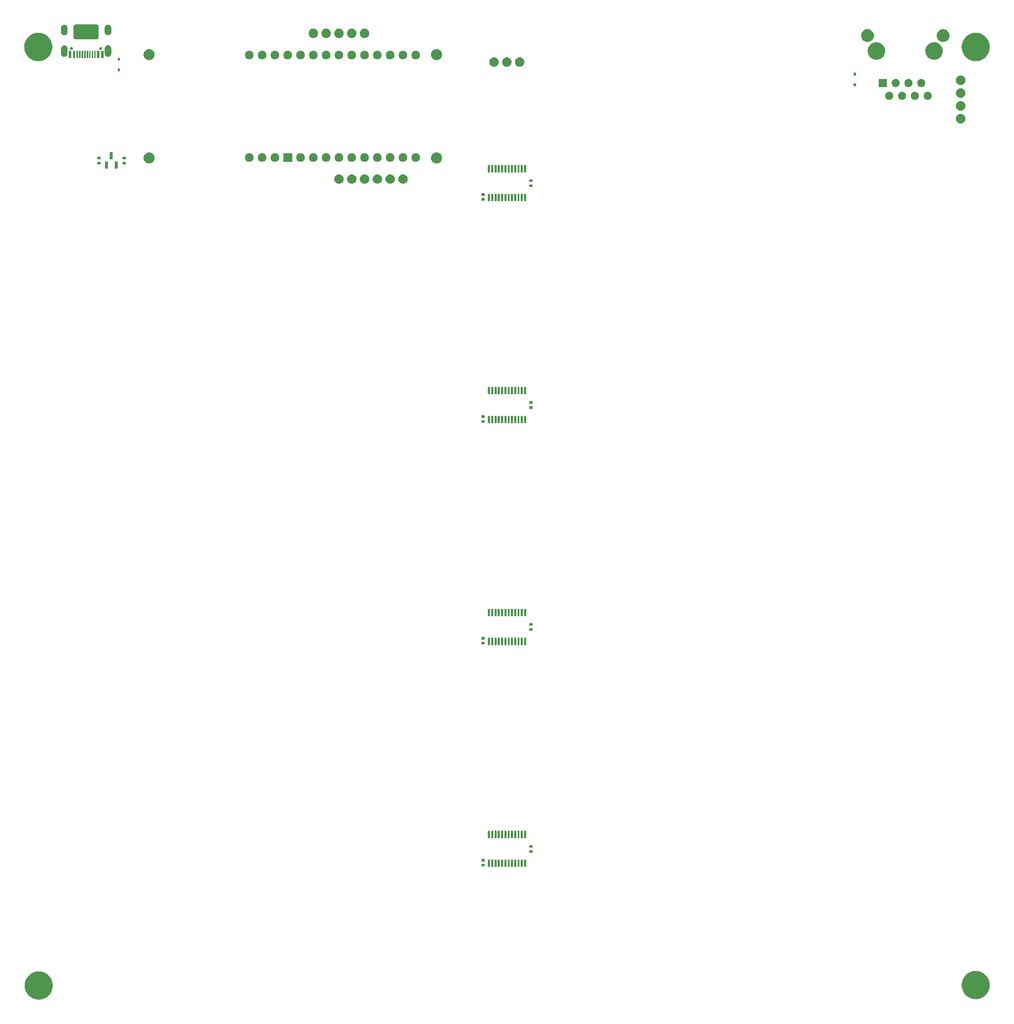
<source format=gbr>
%TF.GenerationSoftware,KiCad,Pcbnew,9.0.3*%
%TF.CreationDate,2025-09-25T17:41:31+02:00*%
%TF.ProjectId,SmartChessboard_PCB_V1,536d6172-7443-4686-9573-73626f617264,rev?*%
%TF.SameCoordinates,Original*%
%TF.FileFunction,Soldermask,Bot*%
%TF.FilePolarity,Negative*%
%FSLAX46Y46*%
G04 Gerber Fmt 4.6, Leading zero omitted, Abs format (unit mm)*
G04 Created by KiCad (PCBNEW 9.0.3) date 2025-09-25 17:41:31*
%MOMM*%
%LPD*%
G01*
G04 APERTURE LIST*
G04 APERTURE END LIST*
G36*
X49559017Y-232329561D02*
G01*
X49865139Y-232399431D01*
X50161514Y-232503137D01*
X50444413Y-232639374D01*
X50710280Y-232806430D01*
X50955770Y-233002202D01*
X51177798Y-233224230D01*
X51373570Y-233469720D01*
X51540626Y-233735587D01*
X51676863Y-234018486D01*
X51780569Y-234314861D01*
X51850439Y-234620983D01*
X51885595Y-234933003D01*
X51885595Y-235246997D01*
X51850439Y-235559017D01*
X51780569Y-235865139D01*
X51676863Y-236161514D01*
X51540626Y-236444413D01*
X51373570Y-236710280D01*
X51177798Y-236955770D01*
X50955770Y-237177798D01*
X50710280Y-237373570D01*
X50444413Y-237540626D01*
X50161514Y-237676863D01*
X49865139Y-237780569D01*
X49559017Y-237850439D01*
X49246997Y-237885595D01*
X48933003Y-237885595D01*
X48620983Y-237850439D01*
X48314861Y-237780569D01*
X48018486Y-237676863D01*
X47735587Y-237540626D01*
X47469720Y-237373570D01*
X47224230Y-237177798D01*
X47002202Y-236955770D01*
X46806430Y-236710280D01*
X46639374Y-236444413D01*
X46503137Y-236161514D01*
X46399431Y-235865139D01*
X46329561Y-235559017D01*
X46294405Y-235246997D01*
X46294405Y-234933003D01*
X46329561Y-234620983D01*
X46399431Y-234314861D01*
X46503137Y-234018486D01*
X46639374Y-233735587D01*
X46806430Y-233469720D01*
X47002202Y-233224230D01*
X47224230Y-233002202D01*
X47469720Y-232806430D01*
X47735587Y-232639374D01*
X48018486Y-232503137D01*
X48314861Y-232399431D01*
X48620983Y-232329561D01*
X48933003Y-232294405D01*
X49246997Y-232294405D01*
X49559017Y-232329561D01*
G37*
G36*
X235469017Y-232239561D02*
G01*
X235775139Y-232309431D01*
X236071514Y-232413137D01*
X236354413Y-232549374D01*
X236620280Y-232716430D01*
X236865770Y-232912202D01*
X237087798Y-233134230D01*
X237283570Y-233379720D01*
X237450626Y-233645587D01*
X237586863Y-233928486D01*
X237690569Y-234224861D01*
X237760439Y-234530983D01*
X237795595Y-234843003D01*
X237795595Y-235156997D01*
X237760439Y-235469017D01*
X237690569Y-235775139D01*
X237586863Y-236071514D01*
X237450626Y-236354413D01*
X237283570Y-236620280D01*
X237087798Y-236865770D01*
X236865770Y-237087798D01*
X236620280Y-237283570D01*
X236354413Y-237450626D01*
X236071514Y-237586863D01*
X235775139Y-237690569D01*
X235469017Y-237760439D01*
X235156997Y-237795595D01*
X234843003Y-237795595D01*
X234530983Y-237760439D01*
X234224861Y-237690569D01*
X233928486Y-237586863D01*
X233645587Y-237450626D01*
X233379720Y-237283570D01*
X233134230Y-237087798D01*
X232912202Y-236865770D01*
X232716430Y-236620280D01*
X232549374Y-236354413D01*
X232413137Y-236071514D01*
X232309431Y-235775139D01*
X232239561Y-235469017D01*
X232204405Y-235156997D01*
X232204405Y-234843003D01*
X232239561Y-234530983D01*
X232309431Y-234224861D01*
X232413137Y-233928486D01*
X232549374Y-233645587D01*
X232716430Y-233379720D01*
X232912202Y-233134230D01*
X233134230Y-232912202D01*
X233379720Y-232716430D01*
X233645587Y-232549374D01*
X233928486Y-232413137D01*
X234224861Y-232309431D01*
X234530983Y-232239561D01*
X234843003Y-232204405D01*
X235156997Y-232204405D01*
X235469017Y-232239561D01*
G37*
G36*
X138563268Y-210132612D02*
G01*
X138595711Y-210154289D01*
X138617388Y-210186732D01*
X138625000Y-210225000D01*
X138625000Y-211500000D01*
X138617388Y-211538268D01*
X138595711Y-211570711D01*
X138563268Y-211592388D01*
X138525000Y-211600000D01*
X138325000Y-211600000D01*
X138286732Y-211592388D01*
X138254289Y-211570711D01*
X138232612Y-211538268D01*
X138225000Y-211500000D01*
X138225000Y-210225000D01*
X138232612Y-210186732D01*
X138254289Y-210154289D01*
X138286732Y-210132612D01*
X138325000Y-210125000D01*
X138525000Y-210125000D01*
X138563268Y-210132612D01*
G37*
G36*
X139213268Y-210132612D02*
G01*
X139245711Y-210154289D01*
X139267388Y-210186732D01*
X139275000Y-210225000D01*
X139275000Y-211500000D01*
X139267388Y-211538268D01*
X139245711Y-211570711D01*
X139213268Y-211592388D01*
X139175000Y-211600000D01*
X138975000Y-211600000D01*
X138936732Y-211592388D01*
X138904289Y-211570711D01*
X138882612Y-211538268D01*
X138875000Y-211500000D01*
X138875000Y-210225000D01*
X138882612Y-210186732D01*
X138904289Y-210154289D01*
X138936732Y-210132612D01*
X138975000Y-210125000D01*
X139175000Y-210125000D01*
X139213268Y-210132612D01*
G37*
G36*
X139863268Y-210132612D02*
G01*
X139895711Y-210154289D01*
X139917388Y-210186732D01*
X139925000Y-210225000D01*
X139925000Y-211500000D01*
X139917388Y-211538268D01*
X139895711Y-211570711D01*
X139863268Y-211592388D01*
X139825000Y-211600000D01*
X139625000Y-211600000D01*
X139586732Y-211592388D01*
X139554289Y-211570711D01*
X139532612Y-211538268D01*
X139525000Y-211500000D01*
X139525000Y-210225000D01*
X139532612Y-210186732D01*
X139554289Y-210154289D01*
X139586732Y-210132612D01*
X139625000Y-210125000D01*
X139825000Y-210125000D01*
X139863268Y-210132612D01*
G37*
G36*
X140513268Y-210132612D02*
G01*
X140545711Y-210154289D01*
X140567388Y-210186732D01*
X140575000Y-210225000D01*
X140575000Y-211500000D01*
X140567388Y-211538268D01*
X140545711Y-211570711D01*
X140513268Y-211592388D01*
X140475000Y-211600000D01*
X140275000Y-211600000D01*
X140236732Y-211592388D01*
X140204289Y-211570711D01*
X140182612Y-211538268D01*
X140175000Y-211500000D01*
X140175000Y-210225000D01*
X140182612Y-210186732D01*
X140204289Y-210154289D01*
X140236732Y-210132612D01*
X140275000Y-210125000D01*
X140475000Y-210125000D01*
X140513268Y-210132612D01*
G37*
G36*
X141163268Y-210132612D02*
G01*
X141195711Y-210154289D01*
X141217388Y-210186732D01*
X141225000Y-210225000D01*
X141225000Y-211500000D01*
X141217388Y-211538268D01*
X141195711Y-211570711D01*
X141163268Y-211592388D01*
X141125000Y-211600000D01*
X140925000Y-211600000D01*
X140886732Y-211592388D01*
X140854289Y-211570711D01*
X140832612Y-211538268D01*
X140825000Y-211500000D01*
X140825000Y-210225000D01*
X140832612Y-210186732D01*
X140854289Y-210154289D01*
X140886732Y-210132612D01*
X140925000Y-210125000D01*
X141125000Y-210125000D01*
X141163268Y-210132612D01*
G37*
G36*
X141813268Y-210132612D02*
G01*
X141845711Y-210154289D01*
X141867388Y-210186732D01*
X141875000Y-210225000D01*
X141875000Y-211500000D01*
X141867388Y-211538268D01*
X141845711Y-211570711D01*
X141813268Y-211592388D01*
X141775000Y-211600000D01*
X141575000Y-211600000D01*
X141536732Y-211592388D01*
X141504289Y-211570711D01*
X141482612Y-211538268D01*
X141475000Y-211500000D01*
X141475000Y-210225000D01*
X141482612Y-210186732D01*
X141504289Y-210154289D01*
X141536732Y-210132612D01*
X141575000Y-210125000D01*
X141775000Y-210125000D01*
X141813268Y-210132612D01*
G37*
G36*
X142463268Y-210132612D02*
G01*
X142495711Y-210154289D01*
X142517388Y-210186732D01*
X142525000Y-210225000D01*
X142525000Y-211500000D01*
X142517388Y-211538268D01*
X142495711Y-211570711D01*
X142463268Y-211592388D01*
X142425000Y-211600000D01*
X142225000Y-211600000D01*
X142186732Y-211592388D01*
X142154289Y-211570711D01*
X142132612Y-211538268D01*
X142125000Y-211500000D01*
X142125000Y-210225000D01*
X142132612Y-210186732D01*
X142154289Y-210154289D01*
X142186732Y-210132612D01*
X142225000Y-210125000D01*
X142425000Y-210125000D01*
X142463268Y-210132612D01*
G37*
G36*
X143113268Y-210132612D02*
G01*
X143145711Y-210154289D01*
X143167388Y-210186732D01*
X143175000Y-210225000D01*
X143175000Y-211500000D01*
X143167388Y-211538268D01*
X143145711Y-211570711D01*
X143113268Y-211592388D01*
X143075000Y-211600000D01*
X142875000Y-211600000D01*
X142836732Y-211592388D01*
X142804289Y-211570711D01*
X142782612Y-211538268D01*
X142775000Y-211500000D01*
X142775000Y-210225000D01*
X142782612Y-210186732D01*
X142804289Y-210154289D01*
X142836732Y-210132612D01*
X142875000Y-210125000D01*
X143075000Y-210125000D01*
X143113268Y-210132612D01*
G37*
G36*
X143763268Y-210132612D02*
G01*
X143795711Y-210154289D01*
X143817388Y-210186732D01*
X143825000Y-210225000D01*
X143825000Y-211500000D01*
X143817388Y-211538268D01*
X143795711Y-211570711D01*
X143763268Y-211592388D01*
X143725000Y-211600000D01*
X143525000Y-211600000D01*
X143486732Y-211592388D01*
X143454289Y-211570711D01*
X143432612Y-211538268D01*
X143425000Y-211500000D01*
X143425000Y-210225000D01*
X143432612Y-210186732D01*
X143454289Y-210154289D01*
X143486732Y-210132612D01*
X143525000Y-210125000D01*
X143725000Y-210125000D01*
X143763268Y-210132612D01*
G37*
G36*
X144413268Y-210132612D02*
G01*
X144445711Y-210154289D01*
X144467388Y-210186732D01*
X144475000Y-210225000D01*
X144475000Y-211500000D01*
X144467388Y-211538268D01*
X144445711Y-211570711D01*
X144413268Y-211592388D01*
X144375000Y-211600000D01*
X144175000Y-211600000D01*
X144136732Y-211592388D01*
X144104289Y-211570711D01*
X144082612Y-211538268D01*
X144075000Y-211500000D01*
X144075000Y-210225000D01*
X144082612Y-210186732D01*
X144104289Y-210154289D01*
X144136732Y-210132612D01*
X144175000Y-210125000D01*
X144375000Y-210125000D01*
X144413268Y-210132612D01*
G37*
G36*
X145063268Y-210132612D02*
G01*
X145095711Y-210154289D01*
X145117388Y-210186732D01*
X145125000Y-210225000D01*
X145125000Y-211500000D01*
X145117388Y-211538268D01*
X145095711Y-211570711D01*
X145063268Y-211592388D01*
X145025000Y-211600000D01*
X144825000Y-211600000D01*
X144786732Y-211592388D01*
X144754289Y-211570711D01*
X144732612Y-211538268D01*
X144725000Y-211500000D01*
X144725000Y-210225000D01*
X144732612Y-210186732D01*
X144754289Y-210154289D01*
X144786732Y-210132612D01*
X144825000Y-210125000D01*
X145025000Y-210125000D01*
X145063268Y-210132612D01*
G37*
G36*
X145713268Y-210132612D02*
G01*
X145745711Y-210154289D01*
X145767388Y-210186732D01*
X145775000Y-210225000D01*
X145775000Y-211500000D01*
X145767388Y-211538268D01*
X145745711Y-211570711D01*
X145713268Y-211592388D01*
X145675000Y-211600000D01*
X145475000Y-211600000D01*
X145436732Y-211592388D01*
X145404289Y-211570711D01*
X145382612Y-211538268D01*
X145375000Y-211500000D01*
X145375000Y-210225000D01*
X145382612Y-210186732D01*
X145404289Y-210154289D01*
X145436732Y-210132612D01*
X145475000Y-210125000D01*
X145675000Y-210125000D01*
X145713268Y-210132612D01*
G37*
G36*
X137473576Y-210940657D02*
G01*
X137518995Y-210971005D01*
X137549343Y-211016424D01*
X137560000Y-211070000D01*
X137560000Y-211350000D01*
X137549343Y-211403576D01*
X137518995Y-211448995D01*
X137473576Y-211479343D01*
X137420000Y-211490000D01*
X137080000Y-211490000D01*
X137026424Y-211479343D01*
X136981005Y-211448995D01*
X136950657Y-211403576D01*
X136940000Y-211350000D01*
X136940000Y-211070000D01*
X136950657Y-211016424D01*
X136981005Y-210971005D01*
X137026424Y-210940657D01*
X137080000Y-210930000D01*
X137420000Y-210930000D01*
X137473576Y-210940657D01*
G37*
G36*
X137473576Y-209980657D02*
G01*
X137518995Y-210011005D01*
X137549343Y-210056424D01*
X137560000Y-210110000D01*
X137560000Y-210390000D01*
X137549343Y-210443576D01*
X137518995Y-210488995D01*
X137473576Y-210519343D01*
X137420000Y-210530000D01*
X137080000Y-210530000D01*
X137026424Y-210519343D01*
X136981005Y-210488995D01*
X136950657Y-210443576D01*
X136940000Y-210390000D01*
X136940000Y-210110000D01*
X136950657Y-210056424D01*
X136981005Y-210011005D01*
X137026424Y-209980657D01*
X137080000Y-209970000D01*
X137420000Y-209970000D01*
X137473576Y-209980657D01*
G37*
G36*
X146986662Y-208240276D02*
G01*
X147030459Y-208269541D01*
X147059724Y-208313338D01*
X147070000Y-208365000D01*
X147070000Y-208635000D01*
X147059724Y-208686662D01*
X147030459Y-208730459D01*
X146986662Y-208759724D01*
X146935000Y-208770000D01*
X146565000Y-208770000D01*
X146513338Y-208759724D01*
X146469541Y-208730459D01*
X146440276Y-208686662D01*
X146430000Y-208635000D01*
X146430000Y-208365000D01*
X146440276Y-208313338D01*
X146469541Y-208269541D01*
X146513338Y-208240276D01*
X146565000Y-208230000D01*
X146935000Y-208230000D01*
X146986662Y-208240276D01*
G37*
G36*
X146986662Y-207220276D02*
G01*
X147030459Y-207249541D01*
X147059724Y-207293338D01*
X147070000Y-207345000D01*
X147070000Y-207615000D01*
X147059724Y-207666662D01*
X147030459Y-207710459D01*
X146986662Y-207739724D01*
X146935000Y-207750000D01*
X146565000Y-207750000D01*
X146513338Y-207739724D01*
X146469541Y-207710459D01*
X146440276Y-207666662D01*
X146430000Y-207615000D01*
X146430000Y-207345000D01*
X146440276Y-207293338D01*
X146469541Y-207249541D01*
X146513338Y-207220276D01*
X146565000Y-207210000D01*
X146935000Y-207210000D01*
X146986662Y-207220276D01*
G37*
G36*
X138563268Y-204407612D02*
G01*
X138595711Y-204429289D01*
X138617388Y-204461732D01*
X138625000Y-204500000D01*
X138625000Y-205775000D01*
X138617388Y-205813268D01*
X138595711Y-205845711D01*
X138563268Y-205867388D01*
X138525000Y-205875000D01*
X138325000Y-205875000D01*
X138286732Y-205867388D01*
X138254289Y-205845711D01*
X138232612Y-205813268D01*
X138225000Y-205775000D01*
X138225000Y-204500000D01*
X138232612Y-204461732D01*
X138254289Y-204429289D01*
X138286732Y-204407612D01*
X138325000Y-204400000D01*
X138525000Y-204400000D01*
X138563268Y-204407612D01*
G37*
G36*
X139213268Y-204407612D02*
G01*
X139245711Y-204429289D01*
X139267388Y-204461732D01*
X139275000Y-204500000D01*
X139275000Y-205775000D01*
X139267388Y-205813268D01*
X139245711Y-205845711D01*
X139213268Y-205867388D01*
X139175000Y-205875000D01*
X138975000Y-205875000D01*
X138936732Y-205867388D01*
X138904289Y-205845711D01*
X138882612Y-205813268D01*
X138875000Y-205775000D01*
X138875000Y-204500000D01*
X138882612Y-204461732D01*
X138904289Y-204429289D01*
X138936732Y-204407612D01*
X138975000Y-204400000D01*
X139175000Y-204400000D01*
X139213268Y-204407612D01*
G37*
G36*
X139863268Y-204407612D02*
G01*
X139895711Y-204429289D01*
X139917388Y-204461732D01*
X139925000Y-204500000D01*
X139925000Y-205775000D01*
X139917388Y-205813268D01*
X139895711Y-205845711D01*
X139863268Y-205867388D01*
X139825000Y-205875000D01*
X139625000Y-205875000D01*
X139586732Y-205867388D01*
X139554289Y-205845711D01*
X139532612Y-205813268D01*
X139525000Y-205775000D01*
X139525000Y-204500000D01*
X139532612Y-204461732D01*
X139554289Y-204429289D01*
X139586732Y-204407612D01*
X139625000Y-204400000D01*
X139825000Y-204400000D01*
X139863268Y-204407612D01*
G37*
G36*
X140513268Y-204407612D02*
G01*
X140545711Y-204429289D01*
X140567388Y-204461732D01*
X140575000Y-204500000D01*
X140575000Y-205775000D01*
X140567388Y-205813268D01*
X140545711Y-205845711D01*
X140513268Y-205867388D01*
X140475000Y-205875000D01*
X140275000Y-205875000D01*
X140236732Y-205867388D01*
X140204289Y-205845711D01*
X140182612Y-205813268D01*
X140175000Y-205775000D01*
X140175000Y-204500000D01*
X140182612Y-204461732D01*
X140204289Y-204429289D01*
X140236732Y-204407612D01*
X140275000Y-204400000D01*
X140475000Y-204400000D01*
X140513268Y-204407612D01*
G37*
G36*
X141163268Y-204407612D02*
G01*
X141195711Y-204429289D01*
X141217388Y-204461732D01*
X141225000Y-204500000D01*
X141225000Y-205775000D01*
X141217388Y-205813268D01*
X141195711Y-205845711D01*
X141163268Y-205867388D01*
X141125000Y-205875000D01*
X140925000Y-205875000D01*
X140886732Y-205867388D01*
X140854289Y-205845711D01*
X140832612Y-205813268D01*
X140825000Y-205775000D01*
X140825000Y-204500000D01*
X140832612Y-204461732D01*
X140854289Y-204429289D01*
X140886732Y-204407612D01*
X140925000Y-204400000D01*
X141125000Y-204400000D01*
X141163268Y-204407612D01*
G37*
G36*
X141813268Y-204407612D02*
G01*
X141845711Y-204429289D01*
X141867388Y-204461732D01*
X141875000Y-204500000D01*
X141875000Y-205775000D01*
X141867388Y-205813268D01*
X141845711Y-205845711D01*
X141813268Y-205867388D01*
X141775000Y-205875000D01*
X141575000Y-205875000D01*
X141536732Y-205867388D01*
X141504289Y-205845711D01*
X141482612Y-205813268D01*
X141475000Y-205775000D01*
X141475000Y-204500000D01*
X141482612Y-204461732D01*
X141504289Y-204429289D01*
X141536732Y-204407612D01*
X141575000Y-204400000D01*
X141775000Y-204400000D01*
X141813268Y-204407612D01*
G37*
G36*
X142463268Y-204407612D02*
G01*
X142495711Y-204429289D01*
X142517388Y-204461732D01*
X142525000Y-204500000D01*
X142525000Y-205775000D01*
X142517388Y-205813268D01*
X142495711Y-205845711D01*
X142463268Y-205867388D01*
X142425000Y-205875000D01*
X142225000Y-205875000D01*
X142186732Y-205867388D01*
X142154289Y-205845711D01*
X142132612Y-205813268D01*
X142125000Y-205775000D01*
X142125000Y-204500000D01*
X142132612Y-204461732D01*
X142154289Y-204429289D01*
X142186732Y-204407612D01*
X142225000Y-204400000D01*
X142425000Y-204400000D01*
X142463268Y-204407612D01*
G37*
G36*
X143113268Y-204407612D02*
G01*
X143145711Y-204429289D01*
X143167388Y-204461732D01*
X143175000Y-204500000D01*
X143175000Y-205775000D01*
X143167388Y-205813268D01*
X143145711Y-205845711D01*
X143113268Y-205867388D01*
X143075000Y-205875000D01*
X142875000Y-205875000D01*
X142836732Y-205867388D01*
X142804289Y-205845711D01*
X142782612Y-205813268D01*
X142775000Y-205775000D01*
X142775000Y-204500000D01*
X142782612Y-204461732D01*
X142804289Y-204429289D01*
X142836732Y-204407612D01*
X142875000Y-204400000D01*
X143075000Y-204400000D01*
X143113268Y-204407612D01*
G37*
G36*
X143763268Y-204407612D02*
G01*
X143795711Y-204429289D01*
X143817388Y-204461732D01*
X143825000Y-204500000D01*
X143825000Y-205775000D01*
X143817388Y-205813268D01*
X143795711Y-205845711D01*
X143763268Y-205867388D01*
X143725000Y-205875000D01*
X143525000Y-205875000D01*
X143486732Y-205867388D01*
X143454289Y-205845711D01*
X143432612Y-205813268D01*
X143425000Y-205775000D01*
X143425000Y-204500000D01*
X143432612Y-204461732D01*
X143454289Y-204429289D01*
X143486732Y-204407612D01*
X143525000Y-204400000D01*
X143725000Y-204400000D01*
X143763268Y-204407612D01*
G37*
G36*
X144413268Y-204407612D02*
G01*
X144445711Y-204429289D01*
X144467388Y-204461732D01*
X144475000Y-204500000D01*
X144475000Y-205775000D01*
X144467388Y-205813268D01*
X144445711Y-205845711D01*
X144413268Y-205867388D01*
X144375000Y-205875000D01*
X144175000Y-205875000D01*
X144136732Y-205867388D01*
X144104289Y-205845711D01*
X144082612Y-205813268D01*
X144075000Y-205775000D01*
X144075000Y-204500000D01*
X144082612Y-204461732D01*
X144104289Y-204429289D01*
X144136732Y-204407612D01*
X144175000Y-204400000D01*
X144375000Y-204400000D01*
X144413268Y-204407612D01*
G37*
G36*
X145063268Y-204407612D02*
G01*
X145095711Y-204429289D01*
X145117388Y-204461732D01*
X145125000Y-204500000D01*
X145125000Y-205775000D01*
X145117388Y-205813268D01*
X145095711Y-205845711D01*
X145063268Y-205867388D01*
X145025000Y-205875000D01*
X144825000Y-205875000D01*
X144786732Y-205867388D01*
X144754289Y-205845711D01*
X144732612Y-205813268D01*
X144725000Y-205775000D01*
X144725000Y-204500000D01*
X144732612Y-204461732D01*
X144754289Y-204429289D01*
X144786732Y-204407612D01*
X144825000Y-204400000D01*
X145025000Y-204400000D01*
X145063268Y-204407612D01*
G37*
G36*
X145713268Y-204407612D02*
G01*
X145745711Y-204429289D01*
X145767388Y-204461732D01*
X145775000Y-204500000D01*
X145775000Y-205775000D01*
X145767388Y-205813268D01*
X145745711Y-205845711D01*
X145713268Y-205867388D01*
X145675000Y-205875000D01*
X145475000Y-205875000D01*
X145436732Y-205867388D01*
X145404289Y-205845711D01*
X145382612Y-205813268D01*
X145375000Y-205775000D01*
X145375000Y-204500000D01*
X145382612Y-204461732D01*
X145404289Y-204429289D01*
X145436732Y-204407612D01*
X145475000Y-204400000D01*
X145675000Y-204400000D01*
X145713268Y-204407612D01*
G37*
G36*
X138563268Y-166132612D02*
G01*
X138595711Y-166154289D01*
X138617388Y-166186732D01*
X138625000Y-166225000D01*
X138625000Y-167500000D01*
X138617388Y-167538268D01*
X138595711Y-167570711D01*
X138563268Y-167592388D01*
X138525000Y-167600000D01*
X138325000Y-167600000D01*
X138286732Y-167592388D01*
X138254289Y-167570711D01*
X138232612Y-167538268D01*
X138225000Y-167500000D01*
X138225000Y-166225000D01*
X138232612Y-166186732D01*
X138254289Y-166154289D01*
X138286732Y-166132612D01*
X138325000Y-166125000D01*
X138525000Y-166125000D01*
X138563268Y-166132612D01*
G37*
G36*
X139213268Y-166132612D02*
G01*
X139245711Y-166154289D01*
X139267388Y-166186732D01*
X139275000Y-166225000D01*
X139275000Y-167500000D01*
X139267388Y-167538268D01*
X139245711Y-167570711D01*
X139213268Y-167592388D01*
X139175000Y-167600000D01*
X138975000Y-167600000D01*
X138936732Y-167592388D01*
X138904289Y-167570711D01*
X138882612Y-167538268D01*
X138875000Y-167500000D01*
X138875000Y-166225000D01*
X138882612Y-166186732D01*
X138904289Y-166154289D01*
X138936732Y-166132612D01*
X138975000Y-166125000D01*
X139175000Y-166125000D01*
X139213268Y-166132612D01*
G37*
G36*
X139863268Y-166132612D02*
G01*
X139895711Y-166154289D01*
X139917388Y-166186732D01*
X139925000Y-166225000D01*
X139925000Y-167500000D01*
X139917388Y-167538268D01*
X139895711Y-167570711D01*
X139863268Y-167592388D01*
X139825000Y-167600000D01*
X139625000Y-167600000D01*
X139586732Y-167592388D01*
X139554289Y-167570711D01*
X139532612Y-167538268D01*
X139525000Y-167500000D01*
X139525000Y-166225000D01*
X139532612Y-166186732D01*
X139554289Y-166154289D01*
X139586732Y-166132612D01*
X139625000Y-166125000D01*
X139825000Y-166125000D01*
X139863268Y-166132612D01*
G37*
G36*
X140513268Y-166132612D02*
G01*
X140545711Y-166154289D01*
X140567388Y-166186732D01*
X140575000Y-166225000D01*
X140575000Y-167500000D01*
X140567388Y-167538268D01*
X140545711Y-167570711D01*
X140513268Y-167592388D01*
X140475000Y-167600000D01*
X140275000Y-167600000D01*
X140236732Y-167592388D01*
X140204289Y-167570711D01*
X140182612Y-167538268D01*
X140175000Y-167500000D01*
X140175000Y-166225000D01*
X140182612Y-166186732D01*
X140204289Y-166154289D01*
X140236732Y-166132612D01*
X140275000Y-166125000D01*
X140475000Y-166125000D01*
X140513268Y-166132612D01*
G37*
G36*
X141163268Y-166132612D02*
G01*
X141195711Y-166154289D01*
X141217388Y-166186732D01*
X141225000Y-166225000D01*
X141225000Y-167500000D01*
X141217388Y-167538268D01*
X141195711Y-167570711D01*
X141163268Y-167592388D01*
X141125000Y-167600000D01*
X140925000Y-167600000D01*
X140886732Y-167592388D01*
X140854289Y-167570711D01*
X140832612Y-167538268D01*
X140825000Y-167500000D01*
X140825000Y-166225000D01*
X140832612Y-166186732D01*
X140854289Y-166154289D01*
X140886732Y-166132612D01*
X140925000Y-166125000D01*
X141125000Y-166125000D01*
X141163268Y-166132612D01*
G37*
G36*
X141813268Y-166132612D02*
G01*
X141845711Y-166154289D01*
X141867388Y-166186732D01*
X141875000Y-166225000D01*
X141875000Y-167500000D01*
X141867388Y-167538268D01*
X141845711Y-167570711D01*
X141813268Y-167592388D01*
X141775000Y-167600000D01*
X141575000Y-167600000D01*
X141536732Y-167592388D01*
X141504289Y-167570711D01*
X141482612Y-167538268D01*
X141475000Y-167500000D01*
X141475000Y-166225000D01*
X141482612Y-166186732D01*
X141504289Y-166154289D01*
X141536732Y-166132612D01*
X141575000Y-166125000D01*
X141775000Y-166125000D01*
X141813268Y-166132612D01*
G37*
G36*
X142463268Y-166132612D02*
G01*
X142495711Y-166154289D01*
X142517388Y-166186732D01*
X142525000Y-166225000D01*
X142525000Y-167500000D01*
X142517388Y-167538268D01*
X142495711Y-167570711D01*
X142463268Y-167592388D01*
X142425000Y-167600000D01*
X142225000Y-167600000D01*
X142186732Y-167592388D01*
X142154289Y-167570711D01*
X142132612Y-167538268D01*
X142125000Y-167500000D01*
X142125000Y-166225000D01*
X142132612Y-166186732D01*
X142154289Y-166154289D01*
X142186732Y-166132612D01*
X142225000Y-166125000D01*
X142425000Y-166125000D01*
X142463268Y-166132612D01*
G37*
G36*
X143113268Y-166132612D02*
G01*
X143145711Y-166154289D01*
X143167388Y-166186732D01*
X143175000Y-166225000D01*
X143175000Y-167500000D01*
X143167388Y-167538268D01*
X143145711Y-167570711D01*
X143113268Y-167592388D01*
X143075000Y-167600000D01*
X142875000Y-167600000D01*
X142836732Y-167592388D01*
X142804289Y-167570711D01*
X142782612Y-167538268D01*
X142775000Y-167500000D01*
X142775000Y-166225000D01*
X142782612Y-166186732D01*
X142804289Y-166154289D01*
X142836732Y-166132612D01*
X142875000Y-166125000D01*
X143075000Y-166125000D01*
X143113268Y-166132612D01*
G37*
G36*
X143763268Y-166132612D02*
G01*
X143795711Y-166154289D01*
X143817388Y-166186732D01*
X143825000Y-166225000D01*
X143825000Y-167500000D01*
X143817388Y-167538268D01*
X143795711Y-167570711D01*
X143763268Y-167592388D01*
X143725000Y-167600000D01*
X143525000Y-167600000D01*
X143486732Y-167592388D01*
X143454289Y-167570711D01*
X143432612Y-167538268D01*
X143425000Y-167500000D01*
X143425000Y-166225000D01*
X143432612Y-166186732D01*
X143454289Y-166154289D01*
X143486732Y-166132612D01*
X143525000Y-166125000D01*
X143725000Y-166125000D01*
X143763268Y-166132612D01*
G37*
G36*
X144413268Y-166132612D02*
G01*
X144445711Y-166154289D01*
X144467388Y-166186732D01*
X144475000Y-166225000D01*
X144475000Y-167500000D01*
X144467388Y-167538268D01*
X144445711Y-167570711D01*
X144413268Y-167592388D01*
X144375000Y-167600000D01*
X144175000Y-167600000D01*
X144136732Y-167592388D01*
X144104289Y-167570711D01*
X144082612Y-167538268D01*
X144075000Y-167500000D01*
X144075000Y-166225000D01*
X144082612Y-166186732D01*
X144104289Y-166154289D01*
X144136732Y-166132612D01*
X144175000Y-166125000D01*
X144375000Y-166125000D01*
X144413268Y-166132612D01*
G37*
G36*
X145063268Y-166132612D02*
G01*
X145095711Y-166154289D01*
X145117388Y-166186732D01*
X145125000Y-166225000D01*
X145125000Y-167500000D01*
X145117388Y-167538268D01*
X145095711Y-167570711D01*
X145063268Y-167592388D01*
X145025000Y-167600000D01*
X144825000Y-167600000D01*
X144786732Y-167592388D01*
X144754289Y-167570711D01*
X144732612Y-167538268D01*
X144725000Y-167500000D01*
X144725000Y-166225000D01*
X144732612Y-166186732D01*
X144754289Y-166154289D01*
X144786732Y-166132612D01*
X144825000Y-166125000D01*
X145025000Y-166125000D01*
X145063268Y-166132612D01*
G37*
G36*
X145713268Y-166132612D02*
G01*
X145745711Y-166154289D01*
X145767388Y-166186732D01*
X145775000Y-166225000D01*
X145775000Y-167500000D01*
X145767388Y-167538268D01*
X145745711Y-167570711D01*
X145713268Y-167592388D01*
X145675000Y-167600000D01*
X145475000Y-167600000D01*
X145436732Y-167592388D01*
X145404289Y-167570711D01*
X145382612Y-167538268D01*
X145375000Y-167500000D01*
X145375000Y-166225000D01*
X145382612Y-166186732D01*
X145404289Y-166154289D01*
X145436732Y-166132612D01*
X145475000Y-166125000D01*
X145675000Y-166125000D01*
X145713268Y-166132612D01*
G37*
G36*
X137473576Y-166940657D02*
G01*
X137518995Y-166971005D01*
X137549343Y-167016424D01*
X137560000Y-167070000D01*
X137560000Y-167350000D01*
X137549343Y-167403576D01*
X137518995Y-167448995D01*
X137473576Y-167479343D01*
X137420000Y-167490000D01*
X137080000Y-167490000D01*
X137026424Y-167479343D01*
X136981005Y-167448995D01*
X136950657Y-167403576D01*
X136940000Y-167350000D01*
X136940000Y-167070000D01*
X136950657Y-167016424D01*
X136981005Y-166971005D01*
X137026424Y-166940657D01*
X137080000Y-166930000D01*
X137420000Y-166930000D01*
X137473576Y-166940657D01*
G37*
G36*
X137473576Y-165980657D02*
G01*
X137518995Y-166011005D01*
X137549343Y-166056424D01*
X137560000Y-166110000D01*
X137560000Y-166390000D01*
X137549343Y-166443576D01*
X137518995Y-166488995D01*
X137473576Y-166519343D01*
X137420000Y-166530000D01*
X137080000Y-166530000D01*
X137026424Y-166519343D01*
X136981005Y-166488995D01*
X136950657Y-166443576D01*
X136940000Y-166390000D01*
X136940000Y-166110000D01*
X136950657Y-166056424D01*
X136981005Y-166011005D01*
X137026424Y-165980657D01*
X137080000Y-165970000D01*
X137420000Y-165970000D01*
X137473576Y-165980657D01*
G37*
G36*
X146986662Y-164240276D02*
G01*
X147030459Y-164269541D01*
X147059724Y-164313338D01*
X147070000Y-164365000D01*
X147070000Y-164635000D01*
X147059724Y-164686662D01*
X147030459Y-164730459D01*
X146986662Y-164759724D01*
X146935000Y-164770000D01*
X146565000Y-164770000D01*
X146513338Y-164759724D01*
X146469541Y-164730459D01*
X146440276Y-164686662D01*
X146430000Y-164635000D01*
X146430000Y-164365000D01*
X146440276Y-164313338D01*
X146469541Y-164269541D01*
X146513338Y-164240276D01*
X146565000Y-164230000D01*
X146935000Y-164230000D01*
X146986662Y-164240276D01*
G37*
G36*
X146986662Y-163220276D02*
G01*
X147030459Y-163249541D01*
X147059724Y-163293338D01*
X147070000Y-163345000D01*
X147070000Y-163615000D01*
X147059724Y-163666662D01*
X147030459Y-163710459D01*
X146986662Y-163739724D01*
X146935000Y-163750000D01*
X146565000Y-163750000D01*
X146513338Y-163739724D01*
X146469541Y-163710459D01*
X146440276Y-163666662D01*
X146430000Y-163615000D01*
X146430000Y-163345000D01*
X146440276Y-163293338D01*
X146469541Y-163249541D01*
X146513338Y-163220276D01*
X146565000Y-163210000D01*
X146935000Y-163210000D01*
X146986662Y-163220276D01*
G37*
G36*
X138563268Y-160407612D02*
G01*
X138595711Y-160429289D01*
X138617388Y-160461732D01*
X138625000Y-160500000D01*
X138625000Y-161775000D01*
X138617388Y-161813268D01*
X138595711Y-161845711D01*
X138563268Y-161867388D01*
X138525000Y-161875000D01*
X138325000Y-161875000D01*
X138286732Y-161867388D01*
X138254289Y-161845711D01*
X138232612Y-161813268D01*
X138225000Y-161775000D01*
X138225000Y-160500000D01*
X138232612Y-160461732D01*
X138254289Y-160429289D01*
X138286732Y-160407612D01*
X138325000Y-160400000D01*
X138525000Y-160400000D01*
X138563268Y-160407612D01*
G37*
G36*
X139213268Y-160407612D02*
G01*
X139245711Y-160429289D01*
X139267388Y-160461732D01*
X139275000Y-160500000D01*
X139275000Y-161775000D01*
X139267388Y-161813268D01*
X139245711Y-161845711D01*
X139213268Y-161867388D01*
X139175000Y-161875000D01*
X138975000Y-161875000D01*
X138936732Y-161867388D01*
X138904289Y-161845711D01*
X138882612Y-161813268D01*
X138875000Y-161775000D01*
X138875000Y-160500000D01*
X138882612Y-160461732D01*
X138904289Y-160429289D01*
X138936732Y-160407612D01*
X138975000Y-160400000D01*
X139175000Y-160400000D01*
X139213268Y-160407612D01*
G37*
G36*
X139863268Y-160407612D02*
G01*
X139895711Y-160429289D01*
X139917388Y-160461732D01*
X139925000Y-160500000D01*
X139925000Y-161775000D01*
X139917388Y-161813268D01*
X139895711Y-161845711D01*
X139863268Y-161867388D01*
X139825000Y-161875000D01*
X139625000Y-161875000D01*
X139586732Y-161867388D01*
X139554289Y-161845711D01*
X139532612Y-161813268D01*
X139525000Y-161775000D01*
X139525000Y-160500000D01*
X139532612Y-160461732D01*
X139554289Y-160429289D01*
X139586732Y-160407612D01*
X139625000Y-160400000D01*
X139825000Y-160400000D01*
X139863268Y-160407612D01*
G37*
G36*
X140513268Y-160407612D02*
G01*
X140545711Y-160429289D01*
X140567388Y-160461732D01*
X140575000Y-160500000D01*
X140575000Y-161775000D01*
X140567388Y-161813268D01*
X140545711Y-161845711D01*
X140513268Y-161867388D01*
X140475000Y-161875000D01*
X140275000Y-161875000D01*
X140236732Y-161867388D01*
X140204289Y-161845711D01*
X140182612Y-161813268D01*
X140175000Y-161775000D01*
X140175000Y-160500000D01*
X140182612Y-160461732D01*
X140204289Y-160429289D01*
X140236732Y-160407612D01*
X140275000Y-160400000D01*
X140475000Y-160400000D01*
X140513268Y-160407612D01*
G37*
G36*
X141163268Y-160407612D02*
G01*
X141195711Y-160429289D01*
X141217388Y-160461732D01*
X141225000Y-160500000D01*
X141225000Y-161775000D01*
X141217388Y-161813268D01*
X141195711Y-161845711D01*
X141163268Y-161867388D01*
X141125000Y-161875000D01*
X140925000Y-161875000D01*
X140886732Y-161867388D01*
X140854289Y-161845711D01*
X140832612Y-161813268D01*
X140825000Y-161775000D01*
X140825000Y-160500000D01*
X140832612Y-160461732D01*
X140854289Y-160429289D01*
X140886732Y-160407612D01*
X140925000Y-160400000D01*
X141125000Y-160400000D01*
X141163268Y-160407612D01*
G37*
G36*
X141813268Y-160407612D02*
G01*
X141845711Y-160429289D01*
X141867388Y-160461732D01*
X141875000Y-160500000D01*
X141875000Y-161775000D01*
X141867388Y-161813268D01*
X141845711Y-161845711D01*
X141813268Y-161867388D01*
X141775000Y-161875000D01*
X141575000Y-161875000D01*
X141536732Y-161867388D01*
X141504289Y-161845711D01*
X141482612Y-161813268D01*
X141475000Y-161775000D01*
X141475000Y-160500000D01*
X141482612Y-160461732D01*
X141504289Y-160429289D01*
X141536732Y-160407612D01*
X141575000Y-160400000D01*
X141775000Y-160400000D01*
X141813268Y-160407612D01*
G37*
G36*
X142463268Y-160407612D02*
G01*
X142495711Y-160429289D01*
X142517388Y-160461732D01*
X142525000Y-160500000D01*
X142525000Y-161775000D01*
X142517388Y-161813268D01*
X142495711Y-161845711D01*
X142463268Y-161867388D01*
X142425000Y-161875000D01*
X142225000Y-161875000D01*
X142186732Y-161867388D01*
X142154289Y-161845711D01*
X142132612Y-161813268D01*
X142125000Y-161775000D01*
X142125000Y-160500000D01*
X142132612Y-160461732D01*
X142154289Y-160429289D01*
X142186732Y-160407612D01*
X142225000Y-160400000D01*
X142425000Y-160400000D01*
X142463268Y-160407612D01*
G37*
G36*
X143113268Y-160407612D02*
G01*
X143145711Y-160429289D01*
X143167388Y-160461732D01*
X143175000Y-160500000D01*
X143175000Y-161775000D01*
X143167388Y-161813268D01*
X143145711Y-161845711D01*
X143113268Y-161867388D01*
X143075000Y-161875000D01*
X142875000Y-161875000D01*
X142836732Y-161867388D01*
X142804289Y-161845711D01*
X142782612Y-161813268D01*
X142775000Y-161775000D01*
X142775000Y-160500000D01*
X142782612Y-160461732D01*
X142804289Y-160429289D01*
X142836732Y-160407612D01*
X142875000Y-160400000D01*
X143075000Y-160400000D01*
X143113268Y-160407612D01*
G37*
G36*
X143763268Y-160407612D02*
G01*
X143795711Y-160429289D01*
X143817388Y-160461732D01*
X143825000Y-160500000D01*
X143825000Y-161775000D01*
X143817388Y-161813268D01*
X143795711Y-161845711D01*
X143763268Y-161867388D01*
X143725000Y-161875000D01*
X143525000Y-161875000D01*
X143486732Y-161867388D01*
X143454289Y-161845711D01*
X143432612Y-161813268D01*
X143425000Y-161775000D01*
X143425000Y-160500000D01*
X143432612Y-160461732D01*
X143454289Y-160429289D01*
X143486732Y-160407612D01*
X143525000Y-160400000D01*
X143725000Y-160400000D01*
X143763268Y-160407612D01*
G37*
G36*
X144413268Y-160407612D02*
G01*
X144445711Y-160429289D01*
X144467388Y-160461732D01*
X144475000Y-160500000D01*
X144475000Y-161775000D01*
X144467388Y-161813268D01*
X144445711Y-161845711D01*
X144413268Y-161867388D01*
X144375000Y-161875000D01*
X144175000Y-161875000D01*
X144136732Y-161867388D01*
X144104289Y-161845711D01*
X144082612Y-161813268D01*
X144075000Y-161775000D01*
X144075000Y-160500000D01*
X144082612Y-160461732D01*
X144104289Y-160429289D01*
X144136732Y-160407612D01*
X144175000Y-160400000D01*
X144375000Y-160400000D01*
X144413268Y-160407612D01*
G37*
G36*
X145063268Y-160407612D02*
G01*
X145095711Y-160429289D01*
X145117388Y-160461732D01*
X145125000Y-160500000D01*
X145125000Y-161775000D01*
X145117388Y-161813268D01*
X145095711Y-161845711D01*
X145063268Y-161867388D01*
X145025000Y-161875000D01*
X144825000Y-161875000D01*
X144786732Y-161867388D01*
X144754289Y-161845711D01*
X144732612Y-161813268D01*
X144725000Y-161775000D01*
X144725000Y-160500000D01*
X144732612Y-160461732D01*
X144754289Y-160429289D01*
X144786732Y-160407612D01*
X144825000Y-160400000D01*
X145025000Y-160400000D01*
X145063268Y-160407612D01*
G37*
G36*
X145713268Y-160407612D02*
G01*
X145745711Y-160429289D01*
X145767388Y-160461732D01*
X145775000Y-160500000D01*
X145775000Y-161775000D01*
X145767388Y-161813268D01*
X145745711Y-161845711D01*
X145713268Y-161867388D01*
X145675000Y-161875000D01*
X145475000Y-161875000D01*
X145436732Y-161867388D01*
X145404289Y-161845711D01*
X145382612Y-161813268D01*
X145375000Y-161775000D01*
X145375000Y-160500000D01*
X145382612Y-160461732D01*
X145404289Y-160429289D01*
X145436732Y-160407612D01*
X145475000Y-160400000D01*
X145675000Y-160400000D01*
X145713268Y-160407612D01*
G37*
G36*
X138563268Y-122132612D02*
G01*
X138595711Y-122154289D01*
X138617388Y-122186732D01*
X138625000Y-122225000D01*
X138625000Y-123500000D01*
X138617388Y-123538268D01*
X138595711Y-123570711D01*
X138563268Y-123592388D01*
X138525000Y-123600000D01*
X138325000Y-123600000D01*
X138286732Y-123592388D01*
X138254289Y-123570711D01*
X138232612Y-123538268D01*
X138225000Y-123500000D01*
X138225000Y-122225000D01*
X138232612Y-122186732D01*
X138254289Y-122154289D01*
X138286732Y-122132612D01*
X138325000Y-122125000D01*
X138525000Y-122125000D01*
X138563268Y-122132612D01*
G37*
G36*
X139213268Y-122132612D02*
G01*
X139245711Y-122154289D01*
X139267388Y-122186732D01*
X139275000Y-122225000D01*
X139275000Y-123500000D01*
X139267388Y-123538268D01*
X139245711Y-123570711D01*
X139213268Y-123592388D01*
X139175000Y-123600000D01*
X138975000Y-123600000D01*
X138936732Y-123592388D01*
X138904289Y-123570711D01*
X138882612Y-123538268D01*
X138875000Y-123500000D01*
X138875000Y-122225000D01*
X138882612Y-122186732D01*
X138904289Y-122154289D01*
X138936732Y-122132612D01*
X138975000Y-122125000D01*
X139175000Y-122125000D01*
X139213268Y-122132612D01*
G37*
G36*
X139863268Y-122132612D02*
G01*
X139895711Y-122154289D01*
X139917388Y-122186732D01*
X139925000Y-122225000D01*
X139925000Y-123500000D01*
X139917388Y-123538268D01*
X139895711Y-123570711D01*
X139863268Y-123592388D01*
X139825000Y-123600000D01*
X139625000Y-123600000D01*
X139586732Y-123592388D01*
X139554289Y-123570711D01*
X139532612Y-123538268D01*
X139525000Y-123500000D01*
X139525000Y-122225000D01*
X139532612Y-122186732D01*
X139554289Y-122154289D01*
X139586732Y-122132612D01*
X139625000Y-122125000D01*
X139825000Y-122125000D01*
X139863268Y-122132612D01*
G37*
G36*
X140513268Y-122132612D02*
G01*
X140545711Y-122154289D01*
X140567388Y-122186732D01*
X140575000Y-122225000D01*
X140575000Y-123500000D01*
X140567388Y-123538268D01*
X140545711Y-123570711D01*
X140513268Y-123592388D01*
X140475000Y-123600000D01*
X140275000Y-123600000D01*
X140236732Y-123592388D01*
X140204289Y-123570711D01*
X140182612Y-123538268D01*
X140175000Y-123500000D01*
X140175000Y-122225000D01*
X140182612Y-122186732D01*
X140204289Y-122154289D01*
X140236732Y-122132612D01*
X140275000Y-122125000D01*
X140475000Y-122125000D01*
X140513268Y-122132612D01*
G37*
G36*
X141163268Y-122132612D02*
G01*
X141195711Y-122154289D01*
X141217388Y-122186732D01*
X141225000Y-122225000D01*
X141225000Y-123500000D01*
X141217388Y-123538268D01*
X141195711Y-123570711D01*
X141163268Y-123592388D01*
X141125000Y-123600000D01*
X140925000Y-123600000D01*
X140886732Y-123592388D01*
X140854289Y-123570711D01*
X140832612Y-123538268D01*
X140825000Y-123500000D01*
X140825000Y-122225000D01*
X140832612Y-122186732D01*
X140854289Y-122154289D01*
X140886732Y-122132612D01*
X140925000Y-122125000D01*
X141125000Y-122125000D01*
X141163268Y-122132612D01*
G37*
G36*
X141813268Y-122132612D02*
G01*
X141845711Y-122154289D01*
X141867388Y-122186732D01*
X141875000Y-122225000D01*
X141875000Y-123500000D01*
X141867388Y-123538268D01*
X141845711Y-123570711D01*
X141813268Y-123592388D01*
X141775000Y-123600000D01*
X141575000Y-123600000D01*
X141536732Y-123592388D01*
X141504289Y-123570711D01*
X141482612Y-123538268D01*
X141475000Y-123500000D01*
X141475000Y-122225000D01*
X141482612Y-122186732D01*
X141504289Y-122154289D01*
X141536732Y-122132612D01*
X141575000Y-122125000D01*
X141775000Y-122125000D01*
X141813268Y-122132612D01*
G37*
G36*
X142463268Y-122132612D02*
G01*
X142495711Y-122154289D01*
X142517388Y-122186732D01*
X142525000Y-122225000D01*
X142525000Y-123500000D01*
X142517388Y-123538268D01*
X142495711Y-123570711D01*
X142463268Y-123592388D01*
X142425000Y-123600000D01*
X142225000Y-123600000D01*
X142186732Y-123592388D01*
X142154289Y-123570711D01*
X142132612Y-123538268D01*
X142125000Y-123500000D01*
X142125000Y-122225000D01*
X142132612Y-122186732D01*
X142154289Y-122154289D01*
X142186732Y-122132612D01*
X142225000Y-122125000D01*
X142425000Y-122125000D01*
X142463268Y-122132612D01*
G37*
G36*
X143113268Y-122132612D02*
G01*
X143145711Y-122154289D01*
X143167388Y-122186732D01*
X143175000Y-122225000D01*
X143175000Y-123500000D01*
X143167388Y-123538268D01*
X143145711Y-123570711D01*
X143113268Y-123592388D01*
X143075000Y-123600000D01*
X142875000Y-123600000D01*
X142836732Y-123592388D01*
X142804289Y-123570711D01*
X142782612Y-123538268D01*
X142775000Y-123500000D01*
X142775000Y-122225000D01*
X142782612Y-122186732D01*
X142804289Y-122154289D01*
X142836732Y-122132612D01*
X142875000Y-122125000D01*
X143075000Y-122125000D01*
X143113268Y-122132612D01*
G37*
G36*
X143763268Y-122132612D02*
G01*
X143795711Y-122154289D01*
X143817388Y-122186732D01*
X143825000Y-122225000D01*
X143825000Y-123500000D01*
X143817388Y-123538268D01*
X143795711Y-123570711D01*
X143763268Y-123592388D01*
X143725000Y-123600000D01*
X143525000Y-123600000D01*
X143486732Y-123592388D01*
X143454289Y-123570711D01*
X143432612Y-123538268D01*
X143425000Y-123500000D01*
X143425000Y-122225000D01*
X143432612Y-122186732D01*
X143454289Y-122154289D01*
X143486732Y-122132612D01*
X143525000Y-122125000D01*
X143725000Y-122125000D01*
X143763268Y-122132612D01*
G37*
G36*
X144413268Y-122132612D02*
G01*
X144445711Y-122154289D01*
X144467388Y-122186732D01*
X144475000Y-122225000D01*
X144475000Y-123500000D01*
X144467388Y-123538268D01*
X144445711Y-123570711D01*
X144413268Y-123592388D01*
X144375000Y-123600000D01*
X144175000Y-123600000D01*
X144136732Y-123592388D01*
X144104289Y-123570711D01*
X144082612Y-123538268D01*
X144075000Y-123500000D01*
X144075000Y-122225000D01*
X144082612Y-122186732D01*
X144104289Y-122154289D01*
X144136732Y-122132612D01*
X144175000Y-122125000D01*
X144375000Y-122125000D01*
X144413268Y-122132612D01*
G37*
G36*
X145063268Y-122132612D02*
G01*
X145095711Y-122154289D01*
X145117388Y-122186732D01*
X145125000Y-122225000D01*
X145125000Y-123500000D01*
X145117388Y-123538268D01*
X145095711Y-123570711D01*
X145063268Y-123592388D01*
X145025000Y-123600000D01*
X144825000Y-123600000D01*
X144786732Y-123592388D01*
X144754289Y-123570711D01*
X144732612Y-123538268D01*
X144725000Y-123500000D01*
X144725000Y-122225000D01*
X144732612Y-122186732D01*
X144754289Y-122154289D01*
X144786732Y-122132612D01*
X144825000Y-122125000D01*
X145025000Y-122125000D01*
X145063268Y-122132612D01*
G37*
G36*
X145713268Y-122132612D02*
G01*
X145745711Y-122154289D01*
X145767388Y-122186732D01*
X145775000Y-122225000D01*
X145775000Y-123500000D01*
X145767388Y-123538268D01*
X145745711Y-123570711D01*
X145713268Y-123592388D01*
X145675000Y-123600000D01*
X145475000Y-123600000D01*
X145436732Y-123592388D01*
X145404289Y-123570711D01*
X145382612Y-123538268D01*
X145375000Y-123500000D01*
X145375000Y-122225000D01*
X145382612Y-122186732D01*
X145404289Y-122154289D01*
X145436732Y-122132612D01*
X145475000Y-122125000D01*
X145675000Y-122125000D01*
X145713268Y-122132612D01*
G37*
G36*
X137473576Y-122980657D02*
G01*
X137518995Y-123011005D01*
X137549343Y-123056424D01*
X137560000Y-123110000D01*
X137560000Y-123390000D01*
X137549343Y-123443576D01*
X137518995Y-123488995D01*
X137473576Y-123519343D01*
X137420000Y-123530000D01*
X137080000Y-123530000D01*
X137026424Y-123519343D01*
X136981005Y-123488995D01*
X136950657Y-123443576D01*
X136940000Y-123390000D01*
X136940000Y-123110000D01*
X136950657Y-123056424D01*
X136981005Y-123011005D01*
X137026424Y-122980657D01*
X137080000Y-122970000D01*
X137420000Y-122970000D01*
X137473576Y-122980657D01*
G37*
G36*
X137473576Y-122020657D02*
G01*
X137518995Y-122051005D01*
X137549343Y-122096424D01*
X137560000Y-122150000D01*
X137560000Y-122430000D01*
X137549343Y-122483576D01*
X137518995Y-122528995D01*
X137473576Y-122559343D01*
X137420000Y-122570000D01*
X137080000Y-122570000D01*
X137026424Y-122559343D01*
X136981005Y-122528995D01*
X136950657Y-122483576D01*
X136940000Y-122430000D01*
X136940000Y-122150000D01*
X136950657Y-122096424D01*
X136981005Y-122051005D01*
X137026424Y-122020657D01*
X137080000Y-122010000D01*
X137420000Y-122010000D01*
X137473576Y-122020657D01*
G37*
G36*
X146986662Y-120240276D02*
G01*
X147030459Y-120269541D01*
X147059724Y-120313338D01*
X147070000Y-120365000D01*
X147070000Y-120635000D01*
X147059724Y-120686662D01*
X147030459Y-120730459D01*
X146986662Y-120759724D01*
X146935000Y-120770000D01*
X146565000Y-120770000D01*
X146513338Y-120759724D01*
X146469541Y-120730459D01*
X146440276Y-120686662D01*
X146430000Y-120635000D01*
X146430000Y-120365000D01*
X146440276Y-120313338D01*
X146469541Y-120269541D01*
X146513338Y-120240276D01*
X146565000Y-120230000D01*
X146935000Y-120230000D01*
X146986662Y-120240276D01*
G37*
G36*
X146986662Y-119220276D02*
G01*
X147030459Y-119249541D01*
X147059724Y-119293338D01*
X147070000Y-119345000D01*
X147070000Y-119615000D01*
X147059724Y-119666662D01*
X147030459Y-119710459D01*
X146986662Y-119739724D01*
X146935000Y-119750000D01*
X146565000Y-119750000D01*
X146513338Y-119739724D01*
X146469541Y-119710459D01*
X146440276Y-119666662D01*
X146430000Y-119615000D01*
X146430000Y-119345000D01*
X146440276Y-119293338D01*
X146469541Y-119249541D01*
X146513338Y-119220276D01*
X146565000Y-119210000D01*
X146935000Y-119210000D01*
X146986662Y-119220276D01*
G37*
G36*
X138563268Y-116407612D02*
G01*
X138595711Y-116429289D01*
X138617388Y-116461732D01*
X138625000Y-116500000D01*
X138625000Y-117775000D01*
X138617388Y-117813268D01*
X138595711Y-117845711D01*
X138563268Y-117867388D01*
X138525000Y-117875000D01*
X138325000Y-117875000D01*
X138286732Y-117867388D01*
X138254289Y-117845711D01*
X138232612Y-117813268D01*
X138225000Y-117775000D01*
X138225000Y-116500000D01*
X138232612Y-116461732D01*
X138254289Y-116429289D01*
X138286732Y-116407612D01*
X138325000Y-116400000D01*
X138525000Y-116400000D01*
X138563268Y-116407612D01*
G37*
G36*
X139213268Y-116407612D02*
G01*
X139245711Y-116429289D01*
X139267388Y-116461732D01*
X139275000Y-116500000D01*
X139275000Y-117775000D01*
X139267388Y-117813268D01*
X139245711Y-117845711D01*
X139213268Y-117867388D01*
X139175000Y-117875000D01*
X138975000Y-117875000D01*
X138936732Y-117867388D01*
X138904289Y-117845711D01*
X138882612Y-117813268D01*
X138875000Y-117775000D01*
X138875000Y-116500000D01*
X138882612Y-116461732D01*
X138904289Y-116429289D01*
X138936732Y-116407612D01*
X138975000Y-116400000D01*
X139175000Y-116400000D01*
X139213268Y-116407612D01*
G37*
G36*
X139863268Y-116407612D02*
G01*
X139895711Y-116429289D01*
X139917388Y-116461732D01*
X139925000Y-116500000D01*
X139925000Y-117775000D01*
X139917388Y-117813268D01*
X139895711Y-117845711D01*
X139863268Y-117867388D01*
X139825000Y-117875000D01*
X139625000Y-117875000D01*
X139586732Y-117867388D01*
X139554289Y-117845711D01*
X139532612Y-117813268D01*
X139525000Y-117775000D01*
X139525000Y-116500000D01*
X139532612Y-116461732D01*
X139554289Y-116429289D01*
X139586732Y-116407612D01*
X139625000Y-116400000D01*
X139825000Y-116400000D01*
X139863268Y-116407612D01*
G37*
G36*
X140513268Y-116407612D02*
G01*
X140545711Y-116429289D01*
X140567388Y-116461732D01*
X140575000Y-116500000D01*
X140575000Y-117775000D01*
X140567388Y-117813268D01*
X140545711Y-117845711D01*
X140513268Y-117867388D01*
X140475000Y-117875000D01*
X140275000Y-117875000D01*
X140236732Y-117867388D01*
X140204289Y-117845711D01*
X140182612Y-117813268D01*
X140175000Y-117775000D01*
X140175000Y-116500000D01*
X140182612Y-116461732D01*
X140204289Y-116429289D01*
X140236732Y-116407612D01*
X140275000Y-116400000D01*
X140475000Y-116400000D01*
X140513268Y-116407612D01*
G37*
G36*
X141163268Y-116407612D02*
G01*
X141195711Y-116429289D01*
X141217388Y-116461732D01*
X141225000Y-116500000D01*
X141225000Y-117775000D01*
X141217388Y-117813268D01*
X141195711Y-117845711D01*
X141163268Y-117867388D01*
X141125000Y-117875000D01*
X140925000Y-117875000D01*
X140886732Y-117867388D01*
X140854289Y-117845711D01*
X140832612Y-117813268D01*
X140825000Y-117775000D01*
X140825000Y-116500000D01*
X140832612Y-116461732D01*
X140854289Y-116429289D01*
X140886732Y-116407612D01*
X140925000Y-116400000D01*
X141125000Y-116400000D01*
X141163268Y-116407612D01*
G37*
G36*
X141813268Y-116407612D02*
G01*
X141845711Y-116429289D01*
X141867388Y-116461732D01*
X141875000Y-116500000D01*
X141875000Y-117775000D01*
X141867388Y-117813268D01*
X141845711Y-117845711D01*
X141813268Y-117867388D01*
X141775000Y-117875000D01*
X141575000Y-117875000D01*
X141536732Y-117867388D01*
X141504289Y-117845711D01*
X141482612Y-117813268D01*
X141475000Y-117775000D01*
X141475000Y-116500000D01*
X141482612Y-116461732D01*
X141504289Y-116429289D01*
X141536732Y-116407612D01*
X141575000Y-116400000D01*
X141775000Y-116400000D01*
X141813268Y-116407612D01*
G37*
G36*
X142463268Y-116407612D02*
G01*
X142495711Y-116429289D01*
X142517388Y-116461732D01*
X142525000Y-116500000D01*
X142525000Y-117775000D01*
X142517388Y-117813268D01*
X142495711Y-117845711D01*
X142463268Y-117867388D01*
X142425000Y-117875000D01*
X142225000Y-117875000D01*
X142186732Y-117867388D01*
X142154289Y-117845711D01*
X142132612Y-117813268D01*
X142125000Y-117775000D01*
X142125000Y-116500000D01*
X142132612Y-116461732D01*
X142154289Y-116429289D01*
X142186732Y-116407612D01*
X142225000Y-116400000D01*
X142425000Y-116400000D01*
X142463268Y-116407612D01*
G37*
G36*
X143113268Y-116407612D02*
G01*
X143145711Y-116429289D01*
X143167388Y-116461732D01*
X143175000Y-116500000D01*
X143175000Y-117775000D01*
X143167388Y-117813268D01*
X143145711Y-117845711D01*
X143113268Y-117867388D01*
X143075000Y-117875000D01*
X142875000Y-117875000D01*
X142836732Y-117867388D01*
X142804289Y-117845711D01*
X142782612Y-117813268D01*
X142775000Y-117775000D01*
X142775000Y-116500000D01*
X142782612Y-116461732D01*
X142804289Y-116429289D01*
X142836732Y-116407612D01*
X142875000Y-116400000D01*
X143075000Y-116400000D01*
X143113268Y-116407612D01*
G37*
G36*
X143763268Y-116407612D02*
G01*
X143795711Y-116429289D01*
X143817388Y-116461732D01*
X143825000Y-116500000D01*
X143825000Y-117775000D01*
X143817388Y-117813268D01*
X143795711Y-117845711D01*
X143763268Y-117867388D01*
X143725000Y-117875000D01*
X143525000Y-117875000D01*
X143486732Y-117867388D01*
X143454289Y-117845711D01*
X143432612Y-117813268D01*
X143425000Y-117775000D01*
X143425000Y-116500000D01*
X143432612Y-116461732D01*
X143454289Y-116429289D01*
X143486732Y-116407612D01*
X143525000Y-116400000D01*
X143725000Y-116400000D01*
X143763268Y-116407612D01*
G37*
G36*
X144413268Y-116407612D02*
G01*
X144445711Y-116429289D01*
X144467388Y-116461732D01*
X144475000Y-116500000D01*
X144475000Y-117775000D01*
X144467388Y-117813268D01*
X144445711Y-117845711D01*
X144413268Y-117867388D01*
X144375000Y-117875000D01*
X144175000Y-117875000D01*
X144136732Y-117867388D01*
X144104289Y-117845711D01*
X144082612Y-117813268D01*
X144075000Y-117775000D01*
X144075000Y-116500000D01*
X144082612Y-116461732D01*
X144104289Y-116429289D01*
X144136732Y-116407612D01*
X144175000Y-116400000D01*
X144375000Y-116400000D01*
X144413268Y-116407612D01*
G37*
G36*
X145063268Y-116407612D02*
G01*
X145095711Y-116429289D01*
X145117388Y-116461732D01*
X145125000Y-116500000D01*
X145125000Y-117775000D01*
X145117388Y-117813268D01*
X145095711Y-117845711D01*
X145063268Y-117867388D01*
X145025000Y-117875000D01*
X144825000Y-117875000D01*
X144786732Y-117867388D01*
X144754289Y-117845711D01*
X144732612Y-117813268D01*
X144725000Y-117775000D01*
X144725000Y-116500000D01*
X144732612Y-116461732D01*
X144754289Y-116429289D01*
X144786732Y-116407612D01*
X144825000Y-116400000D01*
X145025000Y-116400000D01*
X145063268Y-116407612D01*
G37*
G36*
X145713268Y-116407612D02*
G01*
X145745711Y-116429289D01*
X145767388Y-116461732D01*
X145775000Y-116500000D01*
X145775000Y-117775000D01*
X145767388Y-117813268D01*
X145745711Y-117845711D01*
X145713268Y-117867388D01*
X145675000Y-117875000D01*
X145475000Y-117875000D01*
X145436732Y-117867388D01*
X145404289Y-117845711D01*
X145382612Y-117813268D01*
X145375000Y-117775000D01*
X145375000Y-116500000D01*
X145382612Y-116461732D01*
X145404289Y-116429289D01*
X145436732Y-116407612D01*
X145475000Y-116400000D01*
X145675000Y-116400000D01*
X145713268Y-116407612D01*
G37*
G36*
X138563268Y-78132612D02*
G01*
X138595711Y-78154289D01*
X138617388Y-78186732D01*
X138625000Y-78225000D01*
X138625000Y-79500000D01*
X138617388Y-79538268D01*
X138595711Y-79570711D01*
X138563268Y-79592388D01*
X138525000Y-79600000D01*
X138325000Y-79600000D01*
X138286732Y-79592388D01*
X138254289Y-79570711D01*
X138232612Y-79538268D01*
X138225000Y-79500000D01*
X138225000Y-78225000D01*
X138232612Y-78186732D01*
X138254289Y-78154289D01*
X138286732Y-78132612D01*
X138325000Y-78125000D01*
X138525000Y-78125000D01*
X138563268Y-78132612D01*
G37*
G36*
X139213268Y-78132612D02*
G01*
X139245711Y-78154289D01*
X139267388Y-78186732D01*
X139275000Y-78225000D01*
X139275000Y-79500000D01*
X139267388Y-79538268D01*
X139245711Y-79570711D01*
X139213268Y-79592388D01*
X139175000Y-79600000D01*
X138975000Y-79600000D01*
X138936732Y-79592388D01*
X138904289Y-79570711D01*
X138882612Y-79538268D01*
X138875000Y-79500000D01*
X138875000Y-78225000D01*
X138882612Y-78186732D01*
X138904289Y-78154289D01*
X138936732Y-78132612D01*
X138975000Y-78125000D01*
X139175000Y-78125000D01*
X139213268Y-78132612D01*
G37*
G36*
X139863268Y-78132612D02*
G01*
X139895711Y-78154289D01*
X139917388Y-78186732D01*
X139925000Y-78225000D01*
X139925000Y-79500000D01*
X139917388Y-79538268D01*
X139895711Y-79570711D01*
X139863268Y-79592388D01*
X139825000Y-79600000D01*
X139625000Y-79600000D01*
X139586732Y-79592388D01*
X139554289Y-79570711D01*
X139532612Y-79538268D01*
X139525000Y-79500000D01*
X139525000Y-78225000D01*
X139532612Y-78186732D01*
X139554289Y-78154289D01*
X139586732Y-78132612D01*
X139625000Y-78125000D01*
X139825000Y-78125000D01*
X139863268Y-78132612D01*
G37*
G36*
X140513268Y-78132612D02*
G01*
X140545711Y-78154289D01*
X140567388Y-78186732D01*
X140575000Y-78225000D01*
X140575000Y-79500000D01*
X140567388Y-79538268D01*
X140545711Y-79570711D01*
X140513268Y-79592388D01*
X140475000Y-79600000D01*
X140275000Y-79600000D01*
X140236732Y-79592388D01*
X140204289Y-79570711D01*
X140182612Y-79538268D01*
X140175000Y-79500000D01*
X140175000Y-78225000D01*
X140182612Y-78186732D01*
X140204289Y-78154289D01*
X140236732Y-78132612D01*
X140275000Y-78125000D01*
X140475000Y-78125000D01*
X140513268Y-78132612D01*
G37*
G36*
X141163268Y-78132612D02*
G01*
X141195711Y-78154289D01*
X141217388Y-78186732D01*
X141225000Y-78225000D01*
X141225000Y-79500000D01*
X141217388Y-79538268D01*
X141195711Y-79570711D01*
X141163268Y-79592388D01*
X141125000Y-79600000D01*
X140925000Y-79600000D01*
X140886732Y-79592388D01*
X140854289Y-79570711D01*
X140832612Y-79538268D01*
X140825000Y-79500000D01*
X140825000Y-78225000D01*
X140832612Y-78186732D01*
X140854289Y-78154289D01*
X140886732Y-78132612D01*
X140925000Y-78125000D01*
X141125000Y-78125000D01*
X141163268Y-78132612D01*
G37*
G36*
X141813268Y-78132612D02*
G01*
X141845711Y-78154289D01*
X141867388Y-78186732D01*
X141875000Y-78225000D01*
X141875000Y-79500000D01*
X141867388Y-79538268D01*
X141845711Y-79570711D01*
X141813268Y-79592388D01*
X141775000Y-79600000D01*
X141575000Y-79600000D01*
X141536732Y-79592388D01*
X141504289Y-79570711D01*
X141482612Y-79538268D01*
X141475000Y-79500000D01*
X141475000Y-78225000D01*
X141482612Y-78186732D01*
X141504289Y-78154289D01*
X141536732Y-78132612D01*
X141575000Y-78125000D01*
X141775000Y-78125000D01*
X141813268Y-78132612D01*
G37*
G36*
X142463268Y-78132612D02*
G01*
X142495711Y-78154289D01*
X142517388Y-78186732D01*
X142525000Y-78225000D01*
X142525000Y-79500000D01*
X142517388Y-79538268D01*
X142495711Y-79570711D01*
X142463268Y-79592388D01*
X142425000Y-79600000D01*
X142225000Y-79600000D01*
X142186732Y-79592388D01*
X142154289Y-79570711D01*
X142132612Y-79538268D01*
X142125000Y-79500000D01*
X142125000Y-78225000D01*
X142132612Y-78186732D01*
X142154289Y-78154289D01*
X142186732Y-78132612D01*
X142225000Y-78125000D01*
X142425000Y-78125000D01*
X142463268Y-78132612D01*
G37*
G36*
X143113268Y-78132612D02*
G01*
X143145711Y-78154289D01*
X143167388Y-78186732D01*
X143175000Y-78225000D01*
X143175000Y-79500000D01*
X143167388Y-79538268D01*
X143145711Y-79570711D01*
X143113268Y-79592388D01*
X143075000Y-79600000D01*
X142875000Y-79600000D01*
X142836732Y-79592388D01*
X142804289Y-79570711D01*
X142782612Y-79538268D01*
X142775000Y-79500000D01*
X142775000Y-78225000D01*
X142782612Y-78186732D01*
X142804289Y-78154289D01*
X142836732Y-78132612D01*
X142875000Y-78125000D01*
X143075000Y-78125000D01*
X143113268Y-78132612D01*
G37*
G36*
X143763268Y-78132612D02*
G01*
X143795711Y-78154289D01*
X143817388Y-78186732D01*
X143825000Y-78225000D01*
X143825000Y-79500000D01*
X143817388Y-79538268D01*
X143795711Y-79570711D01*
X143763268Y-79592388D01*
X143725000Y-79600000D01*
X143525000Y-79600000D01*
X143486732Y-79592388D01*
X143454289Y-79570711D01*
X143432612Y-79538268D01*
X143425000Y-79500000D01*
X143425000Y-78225000D01*
X143432612Y-78186732D01*
X143454289Y-78154289D01*
X143486732Y-78132612D01*
X143525000Y-78125000D01*
X143725000Y-78125000D01*
X143763268Y-78132612D01*
G37*
G36*
X144413268Y-78132612D02*
G01*
X144445711Y-78154289D01*
X144467388Y-78186732D01*
X144475000Y-78225000D01*
X144475000Y-79500000D01*
X144467388Y-79538268D01*
X144445711Y-79570711D01*
X144413268Y-79592388D01*
X144375000Y-79600000D01*
X144175000Y-79600000D01*
X144136732Y-79592388D01*
X144104289Y-79570711D01*
X144082612Y-79538268D01*
X144075000Y-79500000D01*
X144075000Y-78225000D01*
X144082612Y-78186732D01*
X144104289Y-78154289D01*
X144136732Y-78132612D01*
X144175000Y-78125000D01*
X144375000Y-78125000D01*
X144413268Y-78132612D01*
G37*
G36*
X145063268Y-78132612D02*
G01*
X145095711Y-78154289D01*
X145117388Y-78186732D01*
X145125000Y-78225000D01*
X145125000Y-79500000D01*
X145117388Y-79538268D01*
X145095711Y-79570711D01*
X145063268Y-79592388D01*
X145025000Y-79600000D01*
X144825000Y-79600000D01*
X144786732Y-79592388D01*
X144754289Y-79570711D01*
X144732612Y-79538268D01*
X144725000Y-79500000D01*
X144725000Y-78225000D01*
X144732612Y-78186732D01*
X144754289Y-78154289D01*
X144786732Y-78132612D01*
X144825000Y-78125000D01*
X145025000Y-78125000D01*
X145063268Y-78132612D01*
G37*
G36*
X145713268Y-78132612D02*
G01*
X145745711Y-78154289D01*
X145767388Y-78186732D01*
X145775000Y-78225000D01*
X145775000Y-79500000D01*
X145767388Y-79538268D01*
X145745711Y-79570711D01*
X145713268Y-79592388D01*
X145675000Y-79600000D01*
X145475000Y-79600000D01*
X145436732Y-79592388D01*
X145404289Y-79570711D01*
X145382612Y-79538268D01*
X145375000Y-79500000D01*
X145375000Y-78225000D01*
X145382612Y-78186732D01*
X145404289Y-78154289D01*
X145436732Y-78132612D01*
X145475000Y-78125000D01*
X145675000Y-78125000D01*
X145713268Y-78132612D01*
G37*
G36*
X137473576Y-78940657D02*
G01*
X137518995Y-78971005D01*
X137549343Y-79016424D01*
X137560000Y-79070000D01*
X137560000Y-79350000D01*
X137549343Y-79403576D01*
X137518995Y-79448995D01*
X137473576Y-79479343D01*
X137420000Y-79490000D01*
X137080000Y-79490000D01*
X137026424Y-79479343D01*
X136981005Y-79448995D01*
X136950657Y-79403576D01*
X136940000Y-79350000D01*
X136940000Y-79070000D01*
X136950657Y-79016424D01*
X136981005Y-78971005D01*
X137026424Y-78940657D01*
X137080000Y-78930000D01*
X137420000Y-78930000D01*
X137473576Y-78940657D01*
G37*
G36*
X137473576Y-77980657D02*
G01*
X137518995Y-78011005D01*
X137549343Y-78056424D01*
X137560000Y-78110000D01*
X137560000Y-78390000D01*
X137549343Y-78443576D01*
X137518995Y-78488995D01*
X137473576Y-78519343D01*
X137420000Y-78530000D01*
X137080000Y-78530000D01*
X137026424Y-78519343D01*
X136981005Y-78488995D01*
X136950657Y-78443576D01*
X136940000Y-78390000D01*
X136940000Y-78110000D01*
X136950657Y-78056424D01*
X136981005Y-78011005D01*
X137026424Y-77980657D01*
X137080000Y-77970000D01*
X137420000Y-77970000D01*
X137473576Y-77980657D01*
G37*
G36*
X146986662Y-76240276D02*
G01*
X147030459Y-76269541D01*
X147059724Y-76313338D01*
X147070000Y-76365000D01*
X147070000Y-76635000D01*
X147059724Y-76686662D01*
X147030459Y-76730459D01*
X146986662Y-76759724D01*
X146935000Y-76770000D01*
X146565000Y-76770000D01*
X146513338Y-76759724D01*
X146469541Y-76730459D01*
X146440276Y-76686662D01*
X146430000Y-76635000D01*
X146430000Y-76365000D01*
X146440276Y-76313338D01*
X146469541Y-76269541D01*
X146513338Y-76240276D01*
X146565000Y-76230000D01*
X146935000Y-76230000D01*
X146986662Y-76240276D01*
G37*
G36*
X108922810Y-74300667D02*
G01*
X109093019Y-74371170D01*
X109246203Y-74473525D01*
X109376475Y-74603797D01*
X109478830Y-74756981D01*
X109549333Y-74927190D01*
X109585275Y-75107883D01*
X109585275Y-75292117D01*
X109549333Y-75472810D01*
X109478830Y-75643019D01*
X109376475Y-75796203D01*
X109246203Y-75926475D01*
X109093019Y-76028830D01*
X108922810Y-76099333D01*
X108742117Y-76135275D01*
X108557883Y-76135275D01*
X108377190Y-76099333D01*
X108206981Y-76028830D01*
X108053797Y-75926475D01*
X107923525Y-75796203D01*
X107821170Y-75643019D01*
X107750667Y-75472810D01*
X107714725Y-75292117D01*
X107714725Y-75107883D01*
X107750667Y-74927190D01*
X107821170Y-74756981D01*
X107923525Y-74603797D01*
X108053797Y-74473525D01*
X108206981Y-74371170D01*
X108377190Y-74300667D01*
X108557883Y-74264725D01*
X108742117Y-74264725D01*
X108922810Y-74300667D01*
G37*
G36*
X111462810Y-74300667D02*
G01*
X111633019Y-74371170D01*
X111786203Y-74473525D01*
X111916475Y-74603797D01*
X112018830Y-74756981D01*
X112089333Y-74927190D01*
X112125275Y-75107883D01*
X112125275Y-75292117D01*
X112089333Y-75472810D01*
X112018830Y-75643019D01*
X111916475Y-75796203D01*
X111786203Y-75926475D01*
X111633019Y-76028830D01*
X111462810Y-76099333D01*
X111282117Y-76135275D01*
X111097883Y-76135275D01*
X110917190Y-76099333D01*
X110746981Y-76028830D01*
X110593797Y-75926475D01*
X110463525Y-75796203D01*
X110361170Y-75643019D01*
X110290667Y-75472810D01*
X110254725Y-75292117D01*
X110254725Y-75107883D01*
X110290667Y-74927190D01*
X110361170Y-74756981D01*
X110463525Y-74603797D01*
X110593797Y-74473525D01*
X110746981Y-74371170D01*
X110917190Y-74300667D01*
X111097883Y-74264725D01*
X111282117Y-74264725D01*
X111462810Y-74300667D01*
G37*
G36*
X114002810Y-74300667D02*
G01*
X114173019Y-74371170D01*
X114326203Y-74473525D01*
X114456475Y-74603797D01*
X114558830Y-74756981D01*
X114629333Y-74927190D01*
X114665275Y-75107883D01*
X114665275Y-75292117D01*
X114629333Y-75472810D01*
X114558830Y-75643019D01*
X114456475Y-75796203D01*
X114326203Y-75926475D01*
X114173019Y-76028830D01*
X114002810Y-76099333D01*
X113822117Y-76135275D01*
X113637883Y-76135275D01*
X113457190Y-76099333D01*
X113286981Y-76028830D01*
X113133797Y-75926475D01*
X113003525Y-75796203D01*
X112901170Y-75643019D01*
X112830667Y-75472810D01*
X112794725Y-75292117D01*
X112794725Y-75107883D01*
X112830667Y-74927190D01*
X112901170Y-74756981D01*
X113003525Y-74603797D01*
X113133797Y-74473525D01*
X113286981Y-74371170D01*
X113457190Y-74300667D01*
X113637883Y-74264725D01*
X113822117Y-74264725D01*
X114002810Y-74300667D01*
G37*
G36*
X116542810Y-74300667D02*
G01*
X116713019Y-74371170D01*
X116866203Y-74473525D01*
X116996475Y-74603797D01*
X117098830Y-74756981D01*
X117169333Y-74927190D01*
X117205275Y-75107883D01*
X117205275Y-75292117D01*
X117169333Y-75472810D01*
X117098830Y-75643019D01*
X116996475Y-75796203D01*
X116866203Y-75926475D01*
X116713019Y-76028830D01*
X116542810Y-76099333D01*
X116362117Y-76135275D01*
X116177883Y-76135275D01*
X115997190Y-76099333D01*
X115826981Y-76028830D01*
X115673797Y-75926475D01*
X115543525Y-75796203D01*
X115441170Y-75643019D01*
X115370667Y-75472810D01*
X115334725Y-75292117D01*
X115334725Y-75107883D01*
X115370667Y-74927190D01*
X115441170Y-74756981D01*
X115543525Y-74603797D01*
X115673797Y-74473525D01*
X115826981Y-74371170D01*
X115997190Y-74300667D01*
X116177883Y-74264725D01*
X116362117Y-74264725D01*
X116542810Y-74300667D01*
G37*
G36*
X119082810Y-74300667D02*
G01*
X119253019Y-74371170D01*
X119406203Y-74473525D01*
X119536475Y-74603797D01*
X119638830Y-74756981D01*
X119709333Y-74927190D01*
X119745275Y-75107883D01*
X119745275Y-75292117D01*
X119709333Y-75472810D01*
X119638830Y-75643019D01*
X119536475Y-75796203D01*
X119406203Y-75926475D01*
X119253019Y-76028830D01*
X119082810Y-76099333D01*
X118902117Y-76135275D01*
X118717883Y-76135275D01*
X118537190Y-76099333D01*
X118366981Y-76028830D01*
X118213797Y-75926475D01*
X118083525Y-75796203D01*
X117981170Y-75643019D01*
X117910667Y-75472810D01*
X117874725Y-75292117D01*
X117874725Y-75107883D01*
X117910667Y-74927190D01*
X117981170Y-74756981D01*
X118083525Y-74603797D01*
X118213797Y-74473525D01*
X118366981Y-74371170D01*
X118537190Y-74300667D01*
X118717883Y-74264725D01*
X118902117Y-74264725D01*
X119082810Y-74300667D01*
G37*
G36*
X121622810Y-74300667D02*
G01*
X121793019Y-74371170D01*
X121946203Y-74473525D01*
X122076475Y-74603797D01*
X122178830Y-74756981D01*
X122249333Y-74927190D01*
X122285275Y-75107883D01*
X122285275Y-75292117D01*
X122249333Y-75472810D01*
X122178830Y-75643019D01*
X122076475Y-75796203D01*
X121946203Y-75926475D01*
X121793019Y-76028830D01*
X121622810Y-76099333D01*
X121442117Y-76135275D01*
X121257883Y-76135275D01*
X121077190Y-76099333D01*
X120906981Y-76028830D01*
X120753797Y-75926475D01*
X120623525Y-75796203D01*
X120521170Y-75643019D01*
X120450667Y-75472810D01*
X120414725Y-75292117D01*
X120414725Y-75107883D01*
X120450667Y-74927190D01*
X120521170Y-74756981D01*
X120623525Y-74603797D01*
X120753797Y-74473525D01*
X120906981Y-74371170D01*
X121077190Y-74300667D01*
X121257883Y-74264725D01*
X121442117Y-74264725D01*
X121622810Y-74300667D01*
G37*
G36*
X146986662Y-75220276D02*
G01*
X147030459Y-75249541D01*
X147059724Y-75293338D01*
X147070000Y-75345000D01*
X147070000Y-75615000D01*
X147059724Y-75666662D01*
X147030459Y-75710459D01*
X146986662Y-75739724D01*
X146935000Y-75750000D01*
X146565000Y-75750000D01*
X146513338Y-75739724D01*
X146469541Y-75710459D01*
X146440276Y-75666662D01*
X146430000Y-75615000D01*
X146430000Y-75345000D01*
X146440276Y-75293338D01*
X146469541Y-75249541D01*
X146513338Y-75220276D01*
X146565000Y-75210000D01*
X146935000Y-75210000D01*
X146986662Y-75220276D01*
G37*
G36*
X138563268Y-72407612D02*
G01*
X138595711Y-72429289D01*
X138617388Y-72461732D01*
X138625000Y-72500000D01*
X138625000Y-73775000D01*
X138617388Y-73813268D01*
X138595711Y-73845711D01*
X138563268Y-73867388D01*
X138525000Y-73875000D01*
X138325000Y-73875000D01*
X138286732Y-73867388D01*
X138254289Y-73845711D01*
X138232612Y-73813268D01*
X138225000Y-73775000D01*
X138225000Y-72500000D01*
X138232612Y-72461732D01*
X138254289Y-72429289D01*
X138286732Y-72407612D01*
X138325000Y-72400000D01*
X138525000Y-72400000D01*
X138563268Y-72407612D01*
G37*
G36*
X139213268Y-72407612D02*
G01*
X139245711Y-72429289D01*
X139267388Y-72461732D01*
X139275000Y-72500000D01*
X139275000Y-73775000D01*
X139267388Y-73813268D01*
X139245711Y-73845711D01*
X139213268Y-73867388D01*
X139175000Y-73875000D01*
X138975000Y-73875000D01*
X138936732Y-73867388D01*
X138904289Y-73845711D01*
X138882612Y-73813268D01*
X138875000Y-73775000D01*
X138875000Y-72500000D01*
X138882612Y-72461732D01*
X138904289Y-72429289D01*
X138936732Y-72407612D01*
X138975000Y-72400000D01*
X139175000Y-72400000D01*
X139213268Y-72407612D01*
G37*
G36*
X139863268Y-72407612D02*
G01*
X139895711Y-72429289D01*
X139917388Y-72461732D01*
X139925000Y-72500000D01*
X139925000Y-73775000D01*
X139917388Y-73813268D01*
X139895711Y-73845711D01*
X139863268Y-73867388D01*
X139825000Y-73875000D01*
X139625000Y-73875000D01*
X139586732Y-73867388D01*
X139554289Y-73845711D01*
X139532612Y-73813268D01*
X139525000Y-73775000D01*
X139525000Y-72500000D01*
X139532612Y-72461732D01*
X139554289Y-72429289D01*
X139586732Y-72407612D01*
X139625000Y-72400000D01*
X139825000Y-72400000D01*
X139863268Y-72407612D01*
G37*
G36*
X140513268Y-72407612D02*
G01*
X140545711Y-72429289D01*
X140567388Y-72461732D01*
X140575000Y-72500000D01*
X140575000Y-73775000D01*
X140567388Y-73813268D01*
X140545711Y-73845711D01*
X140513268Y-73867388D01*
X140475000Y-73875000D01*
X140275000Y-73875000D01*
X140236732Y-73867388D01*
X140204289Y-73845711D01*
X140182612Y-73813268D01*
X140175000Y-73775000D01*
X140175000Y-72500000D01*
X140182612Y-72461732D01*
X140204289Y-72429289D01*
X140236732Y-72407612D01*
X140275000Y-72400000D01*
X140475000Y-72400000D01*
X140513268Y-72407612D01*
G37*
G36*
X141163268Y-72407612D02*
G01*
X141195711Y-72429289D01*
X141217388Y-72461732D01*
X141225000Y-72500000D01*
X141225000Y-73775000D01*
X141217388Y-73813268D01*
X141195711Y-73845711D01*
X141163268Y-73867388D01*
X141125000Y-73875000D01*
X140925000Y-73875000D01*
X140886732Y-73867388D01*
X140854289Y-73845711D01*
X140832612Y-73813268D01*
X140825000Y-73775000D01*
X140825000Y-72500000D01*
X140832612Y-72461732D01*
X140854289Y-72429289D01*
X140886732Y-72407612D01*
X140925000Y-72400000D01*
X141125000Y-72400000D01*
X141163268Y-72407612D01*
G37*
G36*
X141813268Y-72407612D02*
G01*
X141845711Y-72429289D01*
X141867388Y-72461732D01*
X141875000Y-72500000D01*
X141875000Y-73775000D01*
X141867388Y-73813268D01*
X141845711Y-73845711D01*
X141813268Y-73867388D01*
X141775000Y-73875000D01*
X141575000Y-73875000D01*
X141536732Y-73867388D01*
X141504289Y-73845711D01*
X141482612Y-73813268D01*
X141475000Y-73775000D01*
X141475000Y-72500000D01*
X141482612Y-72461732D01*
X141504289Y-72429289D01*
X141536732Y-72407612D01*
X141575000Y-72400000D01*
X141775000Y-72400000D01*
X141813268Y-72407612D01*
G37*
G36*
X142463268Y-72407612D02*
G01*
X142495711Y-72429289D01*
X142517388Y-72461732D01*
X142525000Y-72500000D01*
X142525000Y-73775000D01*
X142517388Y-73813268D01*
X142495711Y-73845711D01*
X142463268Y-73867388D01*
X142425000Y-73875000D01*
X142225000Y-73875000D01*
X142186732Y-73867388D01*
X142154289Y-73845711D01*
X142132612Y-73813268D01*
X142125000Y-73775000D01*
X142125000Y-72500000D01*
X142132612Y-72461732D01*
X142154289Y-72429289D01*
X142186732Y-72407612D01*
X142225000Y-72400000D01*
X142425000Y-72400000D01*
X142463268Y-72407612D01*
G37*
G36*
X143113268Y-72407612D02*
G01*
X143145711Y-72429289D01*
X143167388Y-72461732D01*
X143175000Y-72500000D01*
X143175000Y-73775000D01*
X143167388Y-73813268D01*
X143145711Y-73845711D01*
X143113268Y-73867388D01*
X143075000Y-73875000D01*
X142875000Y-73875000D01*
X142836732Y-73867388D01*
X142804289Y-73845711D01*
X142782612Y-73813268D01*
X142775000Y-73775000D01*
X142775000Y-72500000D01*
X142782612Y-72461732D01*
X142804289Y-72429289D01*
X142836732Y-72407612D01*
X142875000Y-72400000D01*
X143075000Y-72400000D01*
X143113268Y-72407612D01*
G37*
G36*
X143763268Y-72407612D02*
G01*
X143795711Y-72429289D01*
X143817388Y-72461732D01*
X143825000Y-72500000D01*
X143825000Y-73775000D01*
X143817388Y-73813268D01*
X143795711Y-73845711D01*
X143763268Y-73867388D01*
X143725000Y-73875000D01*
X143525000Y-73875000D01*
X143486732Y-73867388D01*
X143454289Y-73845711D01*
X143432612Y-73813268D01*
X143425000Y-73775000D01*
X143425000Y-72500000D01*
X143432612Y-72461732D01*
X143454289Y-72429289D01*
X143486732Y-72407612D01*
X143525000Y-72400000D01*
X143725000Y-72400000D01*
X143763268Y-72407612D01*
G37*
G36*
X144413268Y-72407612D02*
G01*
X144445711Y-72429289D01*
X144467388Y-72461732D01*
X144475000Y-72500000D01*
X144475000Y-73775000D01*
X144467388Y-73813268D01*
X144445711Y-73845711D01*
X144413268Y-73867388D01*
X144375000Y-73875000D01*
X144175000Y-73875000D01*
X144136732Y-73867388D01*
X144104289Y-73845711D01*
X144082612Y-73813268D01*
X144075000Y-73775000D01*
X144075000Y-72500000D01*
X144082612Y-72461732D01*
X144104289Y-72429289D01*
X144136732Y-72407612D01*
X144175000Y-72400000D01*
X144375000Y-72400000D01*
X144413268Y-72407612D01*
G37*
G36*
X145063268Y-72407612D02*
G01*
X145095711Y-72429289D01*
X145117388Y-72461732D01*
X145125000Y-72500000D01*
X145125000Y-73775000D01*
X145117388Y-73813268D01*
X145095711Y-73845711D01*
X145063268Y-73867388D01*
X145025000Y-73875000D01*
X144825000Y-73875000D01*
X144786732Y-73867388D01*
X144754289Y-73845711D01*
X144732612Y-73813268D01*
X144725000Y-73775000D01*
X144725000Y-72500000D01*
X144732612Y-72461732D01*
X144754289Y-72429289D01*
X144786732Y-72407612D01*
X144825000Y-72400000D01*
X145025000Y-72400000D01*
X145063268Y-72407612D01*
G37*
G36*
X145713268Y-72407612D02*
G01*
X145745711Y-72429289D01*
X145767388Y-72461732D01*
X145775000Y-72500000D01*
X145775000Y-73775000D01*
X145767388Y-73813268D01*
X145745711Y-73845711D01*
X145713268Y-73867388D01*
X145675000Y-73875000D01*
X145475000Y-73875000D01*
X145436732Y-73867388D01*
X145404289Y-73845711D01*
X145382612Y-73813268D01*
X145375000Y-73775000D01*
X145375000Y-72500000D01*
X145382612Y-72461732D01*
X145404289Y-72429289D01*
X145436732Y-72407612D01*
X145475000Y-72400000D01*
X145675000Y-72400000D01*
X145713268Y-72407612D01*
G37*
G36*
X62757403Y-71711418D02*
G01*
X62806066Y-71743934D01*
X62838582Y-71792597D01*
X62850000Y-71850000D01*
X62850000Y-73025000D01*
X62838582Y-73082403D01*
X62806066Y-73131066D01*
X62757403Y-73163582D01*
X62700000Y-73175000D01*
X62400000Y-73175000D01*
X62342597Y-73163582D01*
X62293934Y-73131066D01*
X62261418Y-73082403D01*
X62250000Y-73025000D01*
X62250000Y-71850000D01*
X62261418Y-71792597D01*
X62293934Y-71743934D01*
X62342597Y-71711418D01*
X62400000Y-71700000D01*
X62700000Y-71700000D01*
X62757403Y-71711418D01*
G37*
G36*
X64657403Y-71711418D02*
G01*
X64706066Y-71743934D01*
X64738582Y-71792597D01*
X64750000Y-71850000D01*
X64750000Y-73025000D01*
X64738582Y-73082403D01*
X64706066Y-73131066D01*
X64657403Y-73163582D01*
X64600000Y-73175000D01*
X64300000Y-73175000D01*
X64242597Y-73163582D01*
X64193934Y-73131066D01*
X64161418Y-73082403D01*
X64150000Y-73025000D01*
X64150000Y-71850000D01*
X64161418Y-71792597D01*
X64193934Y-71743934D01*
X64242597Y-71711418D01*
X64300000Y-71700000D01*
X64600000Y-71700000D01*
X64657403Y-71711418D01*
G37*
G36*
X61276662Y-71760276D02*
G01*
X61320459Y-71789541D01*
X61349724Y-71833338D01*
X61360000Y-71885000D01*
X61360000Y-72155000D01*
X61349724Y-72206662D01*
X61320459Y-72250459D01*
X61276662Y-72279724D01*
X61225000Y-72290000D01*
X60855000Y-72290000D01*
X60803338Y-72279724D01*
X60759541Y-72250459D01*
X60730276Y-72206662D01*
X60720000Y-72155000D01*
X60720000Y-71885000D01*
X60730276Y-71833338D01*
X60759541Y-71789541D01*
X60803338Y-71760276D01*
X60855000Y-71750000D01*
X61225000Y-71750000D01*
X61276662Y-71760276D01*
G37*
G36*
X66276662Y-71760276D02*
G01*
X66320459Y-71789541D01*
X66349724Y-71833338D01*
X66360000Y-71885000D01*
X66360000Y-72155000D01*
X66349724Y-72206662D01*
X66320459Y-72250459D01*
X66276662Y-72279724D01*
X66225000Y-72290000D01*
X65855000Y-72290000D01*
X65803338Y-72279724D01*
X65759541Y-72250459D01*
X65730276Y-72206662D01*
X65720000Y-72155000D01*
X65720000Y-71885000D01*
X65730276Y-71833338D01*
X65759541Y-71789541D01*
X65803338Y-71760276D01*
X65855000Y-71750000D01*
X66225000Y-71750000D01*
X66276662Y-71760276D01*
G37*
G36*
X71256790Y-69930393D02*
G01*
X71420952Y-69983733D01*
X71574748Y-70062096D01*
X71714393Y-70163553D01*
X71836447Y-70285607D01*
X71937904Y-70425252D01*
X72016267Y-70579048D01*
X72069607Y-70743210D01*
X72096609Y-70913695D01*
X72096609Y-71086305D01*
X72069607Y-71256790D01*
X72016267Y-71420952D01*
X71937904Y-71574748D01*
X71836447Y-71714393D01*
X71714393Y-71836447D01*
X71574748Y-71937904D01*
X71420952Y-72016267D01*
X71256790Y-72069607D01*
X71086305Y-72096609D01*
X70913695Y-72096609D01*
X70743210Y-72069607D01*
X70579048Y-72016267D01*
X70425252Y-71937904D01*
X70285607Y-71836447D01*
X70163553Y-71714393D01*
X70062096Y-71574748D01*
X69983733Y-71420952D01*
X69930393Y-71256790D01*
X69903391Y-71086305D01*
X69903391Y-70913695D01*
X69930393Y-70743210D01*
X69983733Y-70579048D01*
X70062096Y-70425252D01*
X70163553Y-70285607D01*
X70285607Y-70163553D01*
X70425252Y-70062096D01*
X70579048Y-69983733D01*
X70743210Y-69930393D01*
X70913695Y-69903391D01*
X71086305Y-69903391D01*
X71256790Y-69930393D01*
G37*
G36*
X128256790Y-69930393D02*
G01*
X128420952Y-69983733D01*
X128574748Y-70062096D01*
X128714393Y-70163553D01*
X128836447Y-70285607D01*
X128937904Y-70425252D01*
X129016267Y-70579048D01*
X129069607Y-70743210D01*
X129096609Y-70913695D01*
X129096609Y-71086305D01*
X129069607Y-71256790D01*
X129016267Y-71420952D01*
X128937904Y-71574748D01*
X128836447Y-71714393D01*
X128714393Y-71836447D01*
X128574748Y-71937904D01*
X128420952Y-72016267D01*
X128256790Y-72069607D01*
X128086305Y-72096609D01*
X127913695Y-72096609D01*
X127743210Y-72069607D01*
X127579048Y-72016267D01*
X127425252Y-71937904D01*
X127285607Y-71836447D01*
X127163553Y-71714393D01*
X127062096Y-71574748D01*
X126983733Y-71420952D01*
X126930393Y-71256790D01*
X126903391Y-71086305D01*
X126903391Y-70913695D01*
X126930393Y-70743210D01*
X126983733Y-70579048D01*
X127062096Y-70425252D01*
X127163553Y-70285607D01*
X127285607Y-70163553D01*
X127425252Y-70062096D01*
X127579048Y-69983733D01*
X127743210Y-69930393D01*
X127913695Y-69903391D01*
X128086305Y-69903391D01*
X128256790Y-69930393D01*
G37*
G36*
X99368400Y-71773600D02*
G01*
X97641200Y-71773600D01*
X97641200Y-70046400D01*
X99368400Y-70046400D01*
X99368400Y-71773600D01*
G37*
G36*
X91135490Y-70083586D02*
G01*
X91291898Y-70148373D01*
X91432662Y-70242428D01*
X91552372Y-70362138D01*
X91646427Y-70502902D01*
X91711214Y-70659310D01*
X91744242Y-70825352D01*
X91744242Y-70994648D01*
X91711214Y-71160690D01*
X91646427Y-71317098D01*
X91552372Y-71457862D01*
X91432662Y-71577572D01*
X91291898Y-71671627D01*
X91135490Y-71736414D01*
X90969448Y-71769442D01*
X90800152Y-71769442D01*
X90634110Y-71736414D01*
X90477702Y-71671627D01*
X90336938Y-71577572D01*
X90217228Y-71457862D01*
X90123173Y-71317098D01*
X90058386Y-71160690D01*
X90025358Y-70994648D01*
X90025358Y-70825352D01*
X90058386Y-70659310D01*
X90123173Y-70502902D01*
X90217228Y-70362138D01*
X90336938Y-70242428D01*
X90477702Y-70148373D01*
X90634110Y-70083586D01*
X90800152Y-70050558D01*
X90969448Y-70050558D01*
X91135490Y-70083586D01*
G37*
G36*
X93675490Y-70083586D02*
G01*
X93831898Y-70148373D01*
X93972662Y-70242428D01*
X94092372Y-70362138D01*
X94186427Y-70502902D01*
X94251214Y-70659310D01*
X94284242Y-70825352D01*
X94284242Y-70994648D01*
X94251214Y-71160690D01*
X94186427Y-71317098D01*
X94092372Y-71457862D01*
X93972662Y-71577572D01*
X93831898Y-71671627D01*
X93675490Y-71736414D01*
X93509448Y-71769442D01*
X93340152Y-71769442D01*
X93174110Y-71736414D01*
X93017702Y-71671627D01*
X92876938Y-71577572D01*
X92757228Y-71457862D01*
X92663173Y-71317098D01*
X92598386Y-71160690D01*
X92565358Y-70994648D01*
X92565358Y-70825352D01*
X92598386Y-70659310D01*
X92663173Y-70502902D01*
X92757228Y-70362138D01*
X92876938Y-70242428D01*
X93017702Y-70148373D01*
X93174110Y-70083586D01*
X93340152Y-70050558D01*
X93509448Y-70050558D01*
X93675490Y-70083586D01*
G37*
G36*
X96215490Y-70083586D02*
G01*
X96371898Y-70148373D01*
X96512662Y-70242428D01*
X96632372Y-70362138D01*
X96726427Y-70502902D01*
X96791214Y-70659310D01*
X96824242Y-70825352D01*
X96824242Y-70994648D01*
X96791214Y-71160690D01*
X96726427Y-71317098D01*
X96632372Y-71457862D01*
X96512662Y-71577572D01*
X96371898Y-71671627D01*
X96215490Y-71736414D01*
X96049448Y-71769442D01*
X95880152Y-71769442D01*
X95714110Y-71736414D01*
X95557702Y-71671627D01*
X95416938Y-71577572D01*
X95297228Y-71457862D01*
X95203173Y-71317098D01*
X95138386Y-71160690D01*
X95105358Y-70994648D01*
X95105358Y-70825352D01*
X95138386Y-70659310D01*
X95203173Y-70502902D01*
X95297228Y-70362138D01*
X95416938Y-70242428D01*
X95557702Y-70148373D01*
X95714110Y-70083586D01*
X95880152Y-70050558D01*
X96049448Y-70050558D01*
X96215490Y-70083586D01*
G37*
G36*
X101295490Y-70083586D02*
G01*
X101451898Y-70148373D01*
X101592662Y-70242428D01*
X101712372Y-70362138D01*
X101806427Y-70502902D01*
X101871214Y-70659310D01*
X101904242Y-70825352D01*
X101904242Y-70994648D01*
X101871214Y-71160690D01*
X101806427Y-71317098D01*
X101712372Y-71457862D01*
X101592662Y-71577572D01*
X101451898Y-71671627D01*
X101295490Y-71736414D01*
X101129448Y-71769442D01*
X100960152Y-71769442D01*
X100794110Y-71736414D01*
X100637702Y-71671627D01*
X100496938Y-71577572D01*
X100377228Y-71457862D01*
X100283173Y-71317098D01*
X100218386Y-71160690D01*
X100185358Y-70994648D01*
X100185358Y-70825352D01*
X100218386Y-70659310D01*
X100283173Y-70502902D01*
X100377228Y-70362138D01*
X100496938Y-70242428D01*
X100637702Y-70148373D01*
X100794110Y-70083586D01*
X100960152Y-70050558D01*
X101129448Y-70050558D01*
X101295490Y-70083586D01*
G37*
G36*
X103835490Y-70083586D02*
G01*
X103991898Y-70148373D01*
X104132662Y-70242428D01*
X104252372Y-70362138D01*
X104346427Y-70502902D01*
X104411214Y-70659310D01*
X104444242Y-70825352D01*
X104444242Y-70994648D01*
X104411214Y-71160690D01*
X104346427Y-71317098D01*
X104252372Y-71457862D01*
X104132662Y-71577572D01*
X103991898Y-71671627D01*
X103835490Y-71736414D01*
X103669448Y-71769442D01*
X103500152Y-71769442D01*
X103334110Y-71736414D01*
X103177702Y-71671627D01*
X103036938Y-71577572D01*
X102917228Y-71457862D01*
X102823173Y-71317098D01*
X102758386Y-71160690D01*
X102725358Y-70994648D01*
X102725358Y-70825352D01*
X102758386Y-70659310D01*
X102823173Y-70502902D01*
X102917228Y-70362138D01*
X103036938Y-70242428D01*
X103177702Y-70148373D01*
X103334110Y-70083586D01*
X103500152Y-70050558D01*
X103669448Y-70050558D01*
X103835490Y-70083586D01*
G37*
G36*
X106375490Y-70083586D02*
G01*
X106531898Y-70148373D01*
X106672662Y-70242428D01*
X106792372Y-70362138D01*
X106886427Y-70502902D01*
X106951214Y-70659310D01*
X106984242Y-70825352D01*
X106984242Y-70994648D01*
X106951214Y-71160690D01*
X106886427Y-71317098D01*
X106792372Y-71457862D01*
X106672662Y-71577572D01*
X106531898Y-71671627D01*
X106375490Y-71736414D01*
X106209448Y-71769442D01*
X106040152Y-71769442D01*
X105874110Y-71736414D01*
X105717702Y-71671627D01*
X105576938Y-71577572D01*
X105457228Y-71457862D01*
X105363173Y-71317098D01*
X105298386Y-71160690D01*
X105265358Y-70994648D01*
X105265358Y-70825352D01*
X105298386Y-70659310D01*
X105363173Y-70502902D01*
X105457228Y-70362138D01*
X105576938Y-70242428D01*
X105717702Y-70148373D01*
X105874110Y-70083586D01*
X106040152Y-70050558D01*
X106209448Y-70050558D01*
X106375490Y-70083586D01*
G37*
G36*
X108915490Y-70083586D02*
G01*
X109071898Y-70148373D01*
X109212662Y-70242428D01*
X109332372Y-70362138D01*
X109426427Y-70502902D01*
X109491214Y-70659310D01*
X109524242Y-70825352D01*
X109524242Y-70994648D01*
X109491214Y-71160690D01*
X109426427Y-71317098D01*
X109332372Y-71457862D01*
X109212662Y-71577572D01*
X109071898Y-71671627D01*
X108915490Y-71736414D01*
X108749448Y-71769442D01*
X108580152Y-71769442D01*
X108414110Y-71736414D01*
X108257702Y-71671627D01*
X108116938Y-71577572D01*
X107997228Y-71457862D01*
X107903173Y-71317098D01*
X107838386Y-71160690D01*
X107805358Y-70994648D01*
X107805358Y-70825352D01*
X107838386Y-70659310D01*
X107903173Y-70502902D01*
X107997228Y-70362138D01*
X108116938Y-70242428D01*
X108257702Y-70148373D01*
X108414110Y-70083586D01*
X108580152Y-70050558D01*
X108749448Y-70050558D01*
X108915490Y-70083586D01*
G37*
G36*
X111455490Y-70083586D02*
G01*
X111611898Y-70148373D01*
X111752662Y-70242428D01*
X111872372Y-70362138D01*
X111966427Y-70502902D01*
X112031214Y-70659310D01*
X112064242Y-70825352D01*
X112064242Y-70994648D01*
X112031214Y-71160690D01*
X111966427Y-71317098D01*
X111872372Y-71457862D01*
X111752662Y-71577572D01*
X111611898Y-71671627D01*
X111455490Y-71736414D01*
X111289448Y-71769442D01*
X111120152Y-71769442D01*
X110954110Y-71736414D01*
X110797702Y-71671627D01*
X110656938Y-71577572D01*
X110537228Y-71457862D01*
X110443173Y-71317098D01*
X110378386Y-71160690D01*
X110345358Y-70994648D01*
X110345358Y-70825352D01*
X110378386Y-70659310D01*
X110443173Y-70502902D01*
X110537228Y-70362138D01*
X110656938Y-70242428D01*
X110797702Y-70148373D01*
X110954110Y-70083586D01*
X111120152Y-70050558D01*
X111289448Y-70050558D01*
X111455490Y-70083586D01*
G37*
G36*
X113995490Y-70083586D02*
G01*
X114151898Y-70148373D01*
X114292662Y-70242428D01*
X114412372Y-70362138D01*
X114506427Y-70502902D01*
X114571214Y-70659310D01*
X114604242Y-70825352D01*
X114604242Y-70994648D01*
X114571214Y-71160690D01*
X114506427Y-71317098D01*
X114412372Y-71457862D01*
X114292662Y-71577572D01*
X114151898Y-71671627D01*
X113995490Y-71736414D01*
X113829448Y-71769442D01*
X113660152Y-71769442D01*
X113494110Y-71736414D01*
X113337702Y-71671627D01*
X113196938Y-71577572D01*
X113077228Y-71457862D01*
X112983173Y-71317098D01*
X112918386Y-71160690D01*
X112885358Y-70994648D01*
X112885358Y-70825352D01*
X112918386Y-70659310D01*
X112983173Y-70502902D01*
X113077228Y-70362138D01*
X113196938Y-70242428D01*
X113337702Y-70148373D01*
X113494110Y-70083586D01*
X113660152Y-70050558D01*
X113829448Y-70050558D01*
X113995490Y-70083586D01*
G37*
G36*
X116535490Y-70083586D02*
G01*
X116691898Y-70148373D01*
X116832662Y-70242428D01*
X116952372Y-70362138D01*
X117046427Y-70502902D01*
X117111214Y-70659310D01*
X117144242Y-70825352D01*
X117144242Y-70994648D01*
X117111214Y-71160690D01*
X117046427Y-71317098D01*
X116952372Y-71457862D01*
X116832662Y-71577572D01*
X116691898Y-71671627D01*
X116535490Y-71736414D01*
X116369448Y-71769442D01*
X116200152Y-71769442D01*
X116034110Y-71736414D01*
X115877702Y-71671627D01*
X115736938Y-71577572D01*
X115617228Y-71457862D01*
X115523173Y-71317098D01*
X115458386Y-71160690D01*
X115425358Y-70994648D01*
X115425358Y-70825352D01*
X115458386Y-70659310D01*
X115523173Y-70502902D01*
X115617228Y-70362138D01*
X115736938Y-70242428D01*
X115877702Y-70148373D01*
X116034110Y-70083586D01*
X116200152Y-70050558D01*
X116369448Y-70050558D01*
X116535490Y-70083586D01*
G37*
G36*
X119075490Y-70083586D02*
G01*
X119231898Y-70148373D01*
X119372662Y-70242428D01*
X119492372Y-70362138D01*
X119586427Y-70502902D01*
X119651214Y-70659310D01*
X119684242Y-70825352D01*
X119684242Y-70994648D01*
X119651214Y-71160690D01*
X119586427Y-71317098D01*
X119492372Y-71457862D01*
X119372662Y-71577572D01*
X119231898Y-71671627D01*
X119075490Y-71736414D01*
X118909448Y-71769442D01*
X118740152Y-71769442D01*
X118574110Y-71736414D01*
X118417702Y-71671627D01*
X118276938Y-71577572D01*
X118157228Y-71457862D01*
X118063173Y-71317098D01*
X117998386Y-71160690D01*
X117965358Y-70994648D01*
X117965358Y-70825352D01*
X117998386Y-70659310D01*
X118063173Y-70502902D01*
X118157228Y-70362138D01*
X118276938Y-70242428D01*
X118417702Y-70148373D01*
X118574110Y-70083586D01*
X118740152Y-70050558D01*
X118909448Y-70050558D01*
X119075490Y-70083586D01*
G37*
G36*
X121615490Y-70083586D02*
G01*
X121771898Y-70148373D01*
X121912662Y-70242428D01*
X122032372Y-70362138D01*
X122126427Y-70502902D01*
X122191214Y-70659310D01*
X122224242Y-70825352D01*
X122224242Y-70994648D01*
X122191214Y-71160690D01*
X122126427Y-71317098D01*
X122032372Y-71457862D01*
X121912662Y-71577572D01*
X121771898Y-71671627D01*
X121615490Y-71736414D01*
X121449448Y-71769442D01*
X121280152Y-71769442D01*
X121114110Y-71736414D01*
X120957702Y-71671627D01*
X120816938Y-71577572D01*
X120697228Y-71457862D01*
X120603173Y-71317098D01*
X120538386Y-71160690D01*
X120505358Y-70994648D01*
X120505358Y-70825352D01*
X120538386Y-70659310D01*
X120603173Y-70502902D01*
X120697228Y-70362138D01*
X120816938Y-70242428D01*
X120957702Y-70148373D01*
X121114110Y-70083586D01*
X121280152Y-70050558D01*
X121449448Y-70050558D01*
X121615490Y-70083586D01*
G37*
G36*
X124155490Y-70083586D02*
G01*
X124311898Y-70148373D01*
X124452662Y-70242428D01*
X124572372Y-70362138D01*
X124666427Y-70502902D01*
X124731214Y-70659310D01*
X124764242Y-70825352D01*
X124764242Y-70994648D01*
X124731214Y-71160690D01*
X124666427Y-71317098D01*
X124572372Y-71457862D01*
X124452662Y-71577572D01*
X124311898Y-71671627D01*
X124155490Y-71736414D01*
X123989448Y-71769442D01*
X123820152Y-71769442D01*
X123654110Y-71736414D01*
X123497702Y-71671627D01*
X123356938Y-71577572D01*
X123237228Y-71457862D01*
X123143173Y-71317098D01*
X123078386Y-71160690D01*
X123045358Y-70994648D01*
X123045358Y-70825352D01*
X123078386Y-70659310D01*
X123143173Y-70502902D01*
X123237228Y-70362138D01*
X123356938Y-70242428D01*
X123497702Y-70148373D01*
X123654110Y-70083586D01*
X123820152Y-70050558D01*
X123989448Y-70050558D01*
X124155490Y-70083586D01*
G37*
G36*
X63707403Y-69836418D02*
G01*
X63756066Y-69868934D01*
X63788582Y-69917597D01*
X63800000Y-69975000D01*
X63800000Y-71150000D01*
X63788582Y-71207403D01*
X63756066Y-71256066D01*
X63707403Y-71288582D01*
X63650000Y-71300000D01*
X63350000Y-71300000D01*
X63292597Y-71288582D01*
X63243934Y-71256066D01*
X63211418Y-71207403D01*
X63200000Y-71150000D01*
X63200000Y-69975000D01*
X63211418Y-69917597D01*
X63243934Y-69868934D01*
X63292597Y-69836418D01*
X63350000Y-69825000D01*
X63650000Y-69825000D01*
X63707403Y-69836418D01*
G37*
G36*
X61276662Y-70740276D02*
G01*
X61320459Y-70769541D01*
X61349724Y-70813338D01*
X61360000Y-70865000D01*
X61360000Y-71135000D01*
X61349724Y-71186662D01*
X61320459Y-71230459D01*
X61276662Y-71259724D01*
X61225000Y-71270000D01*
X60855000Y-71270000D01*
X60803338Y-71259724D01*
X60759541Y-71230459D01*
X60730276Y-71186662D01*
X60720000Y-71135000D01*
X60720000Y-70865000D01*
X60730276Y-70813338D01*
X60759541Y-70769541D01*
X60803338Y-70740276D01*
X60855000Y-70730000D01*
X61225000Y-70730000D01*
X61276662Y-70740276D01*
G37*
G36*
X66276662Y-70740276D02*
G01*
X66320459Y-70769541D01*
X66349724Y-70813338D01*
X66360000Y-70865000D01*
X66360000Y-71135000D01*
X66349724Y-71186662D01*
X66320459Y-71230459D01*
X66276662Y-71259724D01*
X66225000Y-71270000D01*
X65855000Y-71270000D01*
X65803338Y-71259724D01*
X65759541Y-71230459D01*
X65730276Y-71186662D01*
X65720000Y-71135000D01*
X65720000Y-70865000D01*
X65730276Y-70813338D01*
X65759541Y-70769541D01*
X65803338Y-70740276D01*
X65855000Y-70730000D01*
X66225000Y-70730000D01*
X66276662Y-70740276D01*
G37*
G36*
X232272810Y-62320667D02*
G01*
X232443019Y-62391170D01*
X232596203Y-62493525D01*
X232726475Y-62623797D01*
X232828830Y-62776981D01*
X232899333Y-62947190D01*
X232935275Y-63127883D01*
X232935275Y-63312117D01*
X232899333Y-63492810D01*
X232828830Y-63663019D01*
X232726475Y-63816203D01*
X232596203Y-63946475D01*
X232443019Y-64048830D01*
X232272810Y-64119333D01*
X232092117Y-64155275D01*
X231907883Y-64155275D01*
X231727190Y-64119333D01*
X231556981Y-64048830D01*
X231403797Y-63946475D01*
X231273525Y-63816203D01*
X231171170Y-63663019D01*
X231100667Y-63492810D01*
X231064725Y-63312117D01*
X231064725Y-63127883D01*
X231100667Y-62947190D01*
X231171170Y-62776981D01*
X231273525Y-62623797D01*
X231403797Y-62493525D01*
X231556981Y-62391170D01*
X231727190Y-62320667D01*
X231907883Y-62284725D01*
X232092117Y-62284725D01*
X232272810Y-62320667D01*
G37*
G36*
X232272810Y-59780667D02*
G01*
X232443019Y-59851170D01*
X232596203Y-59953525D01*
X232726475Y-60083797D01*
X232828830Y-60236981D01*
X232899333Y-60407190D01*
X232935275Y-60587883D01*
X232935275Y-60772117D01*
X232899333Y-60952810D01*
X232828830Y-61123019D01*
X232726475Y-61276203D01*
X232596203Y-61406475D01*
X232443019Y-61508830D01*
X232272810Y-61579333D01*
X232092117Y-61615275D01*
X231907883Y-61615275D01*
X231727190Y-61579333D01*
X231556981Y-61508830D01*
X231403797Y-61406475D01*
X231273525Y-61276203D01*
X231171170Y-61123019D01*
X231100667Y-60952810D01*
X231064725Y-60772117D01*
X231064725Y-60587883D01*
X231100667Y-60407190D01*
X231171170Y-60236981D01*
X231273525Y-60083797D01*
X231403797Y-59953525D01*
X231556981Y-59851170D01*
X231727190Y-59780667D01*
X231907883Y-59744725D01*
X232092117Y-59744725D01*
X232272810Y-59780667D01*
G37*
G36*
X218057518Y-57918491D02*
G01*
X218202589Y-57978581D01*
X218333149Y-58065819D01*
X218444181Y-58176851D01*
X218531419Y-58307411D01*
X218591509Y-58452482D01*
X218622143Y-58606488D01*
X218622143Y-58763512D01*
X218591509Y-58917518D01*
X218531419Y-59062589D01*
X218444181Y-59193149D01*
X218333149Y-59304181D01*
X218202589Y-59391419D01*
X218057518Y-59451509D01*
X217903512Y-59482143D01*
X217746488Y-59482143D01*
X217592482Y-59451509D01*
X217447411Y-59391419D01*
X217316851Y-59304181D01*
X217205819Y-59193149D01*
X217118581Y-59062589D01*
X217058491Y-58917518D01*
X217027857Y-58763512D01*
X217027857Y-58606488D01*
X217058491Y-58452482D01*
X217118581Y-58307411D01*
X217205819Y-58176851D01*
X217316851Y-58065819D01*
X217447411Y-57978581D01*
X217592482Y-57918491D01*
X217746488Y-57887857D01*
X217903512Y-57887857D01*
X218057518Y-57918491D01*
G37*
G36*
X220597518Y-57918491D02*
G01*
X220742589Y-57978581D01*
X220873149Y-58065819D01*
X220984181Y-58176851D01*
X221071419Y-58307411D01*
X221131509Y-58452482D01*
X221162143Y-58606488D01*
X221162143Y-58763512D01*
X221131509Y-58917518D01*
X221071419Y-59062589D01*
X220984181Y-59193149D01*
X220873149Y-59304181D01*
X220742589Y-59391419D01*
X220597518Y-59451509D01*
X220443512Y-59482143D01*
X220286488Y-59482143D01*
X220132482Y-59451509D01*
X219987411Y-59391419D01*
X219856851Y-59304181D01*
X219745819Y-59193149D01*
X219658581Y-59062589D01*
X219598491Y-58917518D01*
X219567857Y-58763512D01*
X219567857Y-58606488D01*
X219598491Y-58452482D01*
X219658581Y-58307411D01*
X219745819Y-58176851D01*
X219856851Y-58065819D01*
X219987411Y-57978581D01*
X220132482Y-57918491D01*
X220286488Y-57887857D01*
X220443512Y-57887857D01*
X220597518Y-57918491D01*
G37*
G36*
X223137518Y-57918491D02*
G01*
X223282589Y-57978581D01*
X223413149Y-58065819D01*
X223524181Y-58176851D01*
X223611419Y-58307411D01*
X223671509Y-58452482D01*
X223702143Y-58606488D01*
X223702143Y-58763512D01*
X223671509Y-58917518D01*
X223611419Y-59062589D01*
X223524181Y-59193149D01*
X223413149Y-59304181D01*
X223282589Y-59391419D01*
X223137518Y-59451509D01*
X222983512Y-59482143D01*
X222826488Y-59482143D01*
X222672482Y-59451509D01*
X222527411Y-59391419D01*
X222396851Y-59304181D01*
X222285819Y-59193149D01*
X222198581Y-59062589D01*
X222138491Y-58917518D01*
X222107857Y-58763512D01*
X222107857Y-58606488D01*
X222138491Y-58452482D01*
X222198581Y-58307411D01*
X222285819Y-58176851D01*
X222396851Y-58065819D01*
X222527411Y-57978581D01*
X222672482Y-57918491D01*
X222826488Y-57887857D01*
X222983512Y-57887857D01*
X223137518Y-57918491D01*
G37*
G36*
X225677518Y-57918491D02*
G01*
X225822589Y-57978581D01*
X225953149Y-58065819D01*
X226064181Y-58176851D01*
X226151419Y-58307411D01*
X226211509Y-58452482D01*
X226242143Y-58606488D01*
X226242143Y-58763512D01*
X226211509Y-58917518D01*
X226151419Y-59062589D01*
X226064181Y-59193149D01*
X225953149Y-59304181D01*
X225822589Y-59391419D01*
X225677518Y-59451509D01*
X225523512Y-59482143D01*
X225366488Y-59482143D01*
X225212482Y-59451509D01*
X225067411Y-59391419D01*
X224936851Y-59304181D01*
X224825819Y-59193149D01*
X224738581Y-59062589D01*
X224678491Y-58917518D01*
X224647857Y-58763512D01*
X224647857Y-58606488D01*
X224678491Y-58452482D01*
X224738581Y-58307411D01*
X224825819Y-58176851D01*
X224936851Y-58065819D01*
X225067411Y-57978581D01*
X225212482Y-57918491D01*
X225366488Y-57887857D01*
X225523512Y-57887857D01*
X225677518Y-57918491D01*
G37*
G36*
X232272810Y-57240667D02*
G01*
X232443019Y-57311170D01*
X232596203Y-57413525D01*
X232726475Y-57543797D01*
X232828830Y-57696981D01*
X232899333Y-57867190D01*
X232935275Y-58047883D01*
X232935275Y-58232117D01*
X232899333Y-58412810D01*
X232828830Y-58583019D01*
X232726475Y-58736203D01*
X232596203Y-58866475D01*
X232443019Y-58968830D01*
X232272810Y-59039333D01*
X232092117Y-59075275D01*
X231907883Y-59075275D01*
X231727190Y-59039333D01*
X231556981Y-58968830D01*
X231403797Y-58866475D01*
X231273525Y-58736203D01*
X231171170Y-58583019D01*
X231100667Y-58412810D01*
X231064725Y-58232117D01*
X231064725Y-58047883D01*
X231100667Y-57867190D01*
X231171170Y-57696981D01*
X231273525Y-57543797D01*
X231403797Y-57413525D01*
X231556981Y-57311170D01*
X231727190Y-57240667D01*
X231907883Y-57204725D01*
X232092117Y-57204725D01*
X232272810Y-57240667D01*
G37*
G36*
X217293034Y-55351764D02*
G01*
X217326125Y-55373875D01*
X217348236Y-55406966D01*
X217356000Y-55446000D01*
X217356000Y-56844000D01*
X217348236Y-56883034D01*
X217326125Y-56916125D01*
X217293034Y-56938236D01*
X217254000Y-56946000D01*
X215856000Y-56946000D01*
X215816966Y-56938236D01*
X215783875Y-56916125D01*
X215761764Y-56883034D01*
X215754000Y-56844000D01*
X215754000Y-55446000D01*
X215761764Y-55406966D01*
X215783875Y-55373875D01*
X215816966Y-55351764D01*
X215856000Y-55344000D01*
X217254000Y-55344000D01*
X217293034Y-55351764D01*
G37*
G36*
X219327518Y-55378491D02*
G01*
X219472589Y-55438581D01*
X219603149Y-55525819D01*
X219714181Y-55636851D01*
X219801419Y-55767411D01*
X219861509Y-55912482D01*
X219892143Y-56066488D01*
X219892143Y-56223512D01*
X219861509Y-56377518D01*
X219801419Y-56522589D01*
X219714181Y-56653149D01*
X219603149Y-56764181D01*
X219472589Y-56851419D01*
X219327518Y-56911509D01*
X219173512Y-56942143D01*
X219016488Y-56942143D01*
X218862482Y-56911509D01*
X218717411Y-56851419D01*
X218586851Y-56764181D01*
X218475819Y-56653149D01*
X218388581Y-56522589D01*
X218328491Y-56377518D01*
X218297857Y-56223512D01*
X218297857Y-56066488D01*
X218328491Y-55912482D01*
X218388581Y-55767411D01*
X218475819Y-55636851D01*
X218586851Y-55525819D01*
X218717411Y-55438581D01*
X218862482Y-55378491D01*
X219016488Y-55347857D01*
X219173512Y-55347857D01*
X219327518Y-55378491D01*
G37*
G36*
X221867518Y-55378491D02*
G01*
X222012589Y-55438581D01*
X222143149Y-55525819D01*
X222254181Y-55636851D01*
X222341419Y-55767411D01*
X222401509Y-55912482D01*
X222432143Y-56066488D01*
X222432143Y-56223512D01*
X222401509Y-56377518D01*
X222341419Y-56522589D01*
X222254181Y-56653149D01*
X222143149Y-56764181D01*
X222012589Y-56851419D01*
X221867518Y-56911509D01*
X221713512Y-56942143D01*
X221556488Y-56942143D01*
X221402482Y-56911509D01*
X221257411Y-56851419D01*
X221126851Y-56764181D01*
X221015819Y-56653149D01*
X220928581Y-56522589D01*
X220868491Y-56377518D01*
X220837857Y-56223512D01*
X220837857Y-56066488D01*
X220868491Y-55912482D01*
X220928581Y-55767411D01*
X221015819Y-55636851D01*
X221126851Y-55525819D01*
X221257411Y-55438581D01*
X221402482Y-55378491D01*
X221556488Y-55347857D01*
X221713512Y-55347857D01*
X221867518Y-55378491D01*
G37*
G36*
X224407518Y-55378491D02*
G01*
X224552589Y-55438581D01*
X224683149Y-55525819D01*
X224794181Y-55636851D01*
X224881419Y-55767411D01*
X224941509Y-55912482D01*
X224972143Y-56066488D01*
X224972143Y-56223512D01*
X224941509Y-56377518D01*
X224881419Y-56522589D01*
X224794181Y-56653149D01*
X224683149Y-56764181D01*
X224552589Y-56851419D01*
X224407518Y-56911509D01*
X224253512Y-56942143D01*
X224096488Y-56942143D01*
X223942482Y-56911509D01*
X223797411Y-56851419D01*
X223666851Y-56764181D01*
X223555819Y-56653149D01*
X223468581Y-56522589D01*
X223408491Y-56377518D01*
X223377857Y-56223512D01*
X223377857Y-56066488D01*
X223408491Y-55912482D01*
X223468581Y-55767411D01*
X223555819Y-55636851D01*
X223666851Y-55525819D01*
X223797411Y-55438581D01*
X223942482Y-55378491D01*
X224096488Y-55347857D01*
X224253512Y-55347857D01*
X224407518Y-55378491D01*
G37*
G36*
X211155552Y-56208564D02*
G01*
X211192050Y-56232950D01*
X211216436Y-56269448D01*
X211225000Y-56312500D01*
X211225000Y-56687500D01*
X211216436Y-56730552D01*
X211192050Y-56767050D01*
X211155552Y-56791436D01*
X211112500Y-56800000D01*
X210887500Y-56800000D01*
X210844448Y-56791436D01*
X210807950Y-56767050D01*
X210783564Y-56730552D01*
X210775000Y-56687500D01*
X210775000Y-56312500D01*
X210783564Y-56269448D01*
X210807950Y-56232950D01*
X210844448Y-56208564D01*
X210887500Y-56200000D01*
X211112500Y-56200000D01*
X211155552Y-56208564D01*
G37*
G36*
X232272810Y-54700667D02*
G01*
X232443019Y-54771170D01*
X232596203Y-54873525D01*
X232726475Y-55003797D01*
X232828830Y-55156981D01*
X232899333Y-55327190D01*
X232935275Y-55507883D01*
X232935275Y-55692117D01*
X232899333Y-55872810D01*
X232828830Y-56043019D01*
X232726475Y-56196203D01*
X232596203Y-56326475D01*
X232443019Y-56428830D01*
X232272810Y-56499333D01*
X232092117Y-56535275D01*
X231907883Y-56535275D01*
X231727190Y-56499333D01*
X231556981Y-56428830D01*
X231403797Y-56326475D01*
X231273525Y-56196203D01*
X231171170Y-56043019D01*
X231100667Y-55872810D01*
X231064725Y-55692117D01*
X231064725Y-55507883D01*
X231100667Y-55327190D01*
X231171170Y-55156981D01*
X231273525Y-55003797D01*
X231403797Y-54873525D01*
X231556981Y-54771170D01*
X231727190Y-54700667D01*
X231907883Y-54664725D01*
X232092117Y-54664725D01*
X232272810Y-54700667D01*
G37*
G36*
X211155552Y-54108564D02*
G01*
X211192050Y-54132950D01*
X211216436Y-54169448D01*
X211225000Y-54212500D01*
X211225000Y-54587500D01*
X211216436Y-54630552D01*
X211192050Y-54667050D01*
X211155552Y-54691436D01*
X211112500Y-54700000D01*
X210887500Y-54700000D01*
X210844448Y-54691436D01*
X210807950Y-54667050D01*
X210783564Y-54630552D01*
X210775000Y-54587500D01*
X210775000Y-54212500D01*
X210783564Y-54169448D01*
X210807950Y-54132950D01*
X210844448Y-54108564D01*
X210887500Y-54100000D01*
X211112500Y-54100000D01*
X211155552Y-54108564D01*
G37*
G36*
X65155552Y-53258564D02*
G01*
X65192050Y-53282950D01*
X65216436Y-53319448D01*
X65225000Y-53362500D01*
X65225000Y-53737500D01*
X65216436Y-53780552D01*
X65192050Y-53817050D01*
X65155552Y-53841436D01*
X65112500Y-53850000D01*
X64887500Y-53850000D01*
X64844448Y-53841436D01*
X64807950Y-53817050D01*
X64783564Y-53780552D01*
X64775000Y-53737500D01*
X64775000Y-53362500D01*
X64783564Y-53319448D01*
X64807950Y-53282950D01*
X64844448Y-53258564D01*
X64887500Y-53250000D01*
X65112500Y-53250000D01*
X65155552Y-53258564D01*
G37*
G36*
X139692810Y-51100667D02*
G01*
X139863019Y-51171170D01*
X140016203Y-51273525D01*
X140146475Y-51403797D01*
X140248830Y-51556981D01*
X140319333Y-51727190D01*
X140355275Y-51907883D01*
X140355275Y-52092117D01*
X140319333Y-52272810D01*
X140248830Y-52443019D01*
X140146475Y-52596203D01*
X140016203Y-52726475D01*
X139863019Y-52828830D01*
X139692810Y-52899333D01*
X139512117Y-52935275D01*
X139327883Y-52935275D01*
X139147190Y-52899333D01*
X138976981Y-52828830D01*
X138823797Y-52726475D01*
X138693525Y-52596203D01*
X138591170Y-52443019D01*
X138520667Y-52272810D01*
X138484725Y-52092117D01*
X138484725Y-51907883D01*
X138520667Y-51727190D01*
X138591170Y-51556981D01*
X138693525Y-51403797D01*
X138823797Y-51273525D01*
X138976981Y-51171170D01*
X139147190Y-51100667D01*
X139327883Y-51064725D01*
X139512117Y-51064725D01*
X139692810Y-51100667D01*
G37*
G36*
X142232810Y-51100667D02*
G01*
X142403019Y-51171170D01*
X142556203Y-51273525D01*
X142686475Y-51403797D01*
X142788830Y-51556981D01*
X142859333Y-51727190D01*
X142895275Y-51907883D01*
X142895275Y-52092117D01*
X142859333Y-52272810D01*
X142788830Y-52443019D01*
X142686475Y-52596203D01*
X142556203Y-52726475D01*
X142403019Y-52828830D01*
X142232810Y-52899333D01*
X142052117Y-52935275D01*
X141867883Y-52935275D01*
X141687190Y-52899333D01*
X141516981Y-52828830D01*
X141363797Y-52726475D01*
X141233525Y-52596203D01*
X141131170Y-52443019D01*
X141060667Y-52272810D01*
X141024725Y-52092117D01*
X141024725Y-51907883D01*
X141060667Y-51727190D01*
X141131170Y-51556981D01*
X141233525Y-51403797D01*
X141363797Y-51273525D01*
X141516981Y-51171170D01*
X141687190Y-51100667D01*
X141867883Y-51064725D01*
X142052117Y-51064725D01*
X142232810Y-51100667D01*
G37*
G36*
X144772810Y-51100667D02*
G01*
X144943019Y-51171170D01*
X145096203Y-51273525D01*
X145226475Y-51403797D01*
X145328830Y-51556981D01*
X145399333Y-51727190D01*
X145435275Y-51907883D01*
X145435275Y-52092117D01*
X145399333Y-52272810D01*
X145328830Y-52443019D01*
X145226475Y-52596203D01*
X145096203Y-52726475D01*
X144943019Y-52828830D01*
X144772810Y-52899333D01*
X144592117Y-52935275D01*
X144407883Y-52935275D01*
X144227190Y-52899333D01*
X144056981Y-52828830D01*
X143903797Y-52726475D01*
X143773525Y-52596203D01*
X143671170Y-52443019D01*
X143600667Y-52272810D01*
X143564725Y-52092117D01*
X143564725Y-51907883D01*
X143600667Y-51727190D01*
X143671170Y-51556981D01*
X143773525Y-51403797D01*
X143903797Y-51273525D01*
X144056981Y-51171170D01*
X144227190Y-51100667D01*
X144407883Y-51064725D01*
X144592117Y-51064725D01*
X144772810Y-51100667D01*
G37*
G36*
X49469017Y-46239561D02*
G01*
X49775139Y-46309431D01*
X50071514Y-46413137D01*
X50354413Y-46549374D01*
X50620280Y-46716430D01*
X50865770Y-46912202D01*
X51087798Y-47134230D01*
X51283570Y-47379720D01*
X51450626Y-47645587D01*
X51586863Y-47928486D01*
X51690569Y-48224861D01*
X51760439Y-48530983D01*
X51795595Y-48843003D01*
X51795595Y-49156997D01*
X51760439Y-49469017D01*
X51690569Y-49775139D01*
X51586863Y-50071514D01*
X51450626Y-50354413D01*
X51283570Y-50620280D01*
X51087798Y-50865770D01*
X50865770Y-51087798D01*
X50620280Y-51283570D01*
X50354413Y-51450626D01*
X50071514Y-51586863D01*
X49775139Y-51690569D01*
X49469017Y-51760439D01*
X49156997Y-51795595D01*
X48843003Y-51795595D01*
X48530983Y-51760439D01*
X48224861Y-51690569D01*
X47928486Y-51586863D01*
X47645587Y-51450626D01*
X47379720Y-51283570D01*
X47134230Y-51087798D01*
X46912202Y-50865770D01*
X46716430Y-50620280D01*
X46549374Y-50354413D01*
X46413137Y-50071514D01*
X46309431Y-49775139D01*
X46239561Y-49469017D01*
X46204405Y-49156997D01*
X46204405Y-48843003D01*
X46239561Y-48530983D01*
X46309431Y-48224861D01*
X46413137Y-47928486D01*
X46549374Y-47645587D01*
X46716430Y-47379720D01*
X46912202Y-47134230D01*
X47134230Y-46912202D01*
X47379720Y-46716430D01*
X47645587Y-46549374D01*
X47928486Y-46413137D01*
X48224861Y-46309431D01*
X48530983Y-46239561D01*
X48843003Y-46204405D01*
X49156997Y-46204405D01*
X49469017Y-46239561D01*
G37*
G36*
X235469017Y-46239561D02*
G01*
X235775139Y-46309431D01*
X236071514Y-46413137D01*
X236354413Y-46549374D01*
X236620280Y-46716430D01*
X236865770Y-46912202D01*
X237087798Y-47134230D01*
X237283570Y-47379720D01*
X237450626Y-47645587D01*
X237586863Y-47928486D01*
X237690569Y-48224861D01*
X237760439Y-48530983D01*
X237795595Y-48843003D01*
X237795595Y-49156997D01*
X237760439Y-49469017D01*
X237690569Y-49775139D01*
X237586863Y-50071514D01*
X237450626Y-50354413D01*
X237283570Y-50620280D01*
X237087798Y-50865770D01*
X236865770Y-51087798D01*
X236620280Y-51283570D01*
X236354413Y-51450626D01*
X236071514Y-51586863D01*
X235775139Y-51690569D01*
X235469017Y-51760439D01*
X235156997Y-51795595D01*
X234843003Y-51795595D01*
X234530983Y-51760439D01*
X234224861Y-51690569D01*
X233928486Y-51586863D01*
X233645587Y-51450626D01*
X233379720Y-51283570D01*
X233134230Y-51087798D01*
X232912202Y-50865770D01*
X232716430Y-50620280D01*
X232549374Y-50354413D01*
X232413137Y-50071514D01*
X232309431Y-49775139D01*
X232239561Y-49469017D01*
X232204405Y-49156997D01*
X232204405Y-48843003D01*
X232239561Y-48530983D01*
X232309431Y-48224861D01*
X232413137Y-47928486D01*
X232549374Y-47645587D01*
X232716430Y-47379720D01*
X232912202Y-47134230D01*
X233134230Y-46912202D01*
X233379720Y-46716430D01*
X233645587Y-46549374D01*
X233928486Y-46413137D01*
X234224861Y-46309431D01*
X234530983Y-46239561D01*
X234843003Y-46204405D01*
X235156997Y-46204405D01*
X235469017Y-46239561D01*
G37*
G36*
X65155552Y-51158564D02*
G01*
X65192050Y-51182950D01*
X65216436Y-51219448D01*
X65225000Y-51262500D01*
X65225000Y-51637500D01*
X65216436Y-51680552D01*
X65192050Y-51717050D01*
X65155552Y-51741436D01*
X65112500Y-51750000D01*
X64887500Y-51750000D01*
X64844448Y-51741436D01*
X64807950Y-51717050D01*
X64783564Y-51680552D01*
X64775000Y-51637500D01*
X64775000Y-51262500D01*
X64783564Y-51219448D01*
X64807950Y-51182950D01*
X64844448Y-51158564D01*
X64887500Y-51150000D01*
X65112500Y-51150000D01*
X65155552Y-51158564D01*
G37*
G36*
X71256790Y-49430393D02*
G01*
X71420952Y-49483733D01*
X71574748Y-49562096D01*
X71714393Y-49663553D01*
X71836447Y-49785607D01*
X71937904Y-49925252D01*
X72016267Y-50079048D01*
X72069607Y-50243210D01*
X72096609Y-50413695D01*
X72096609Y-50586305D01*
X72069607Y-50756790D01*
X72016267Y-50920952D01*
X71937904Y-51074748D01*
X71836447Y-51214393D01*
X71714393Y-51336447D01*
X71574748Y-51437904D01*
X71420952Y-51516267D01*
X71256790Y-51569607D01*
X71086305Y-51596609D01*
X70913695Y-51596609D01*
X70743210Y-51569607D01*
X70579048Y-51516267D01*
X70425252Y-51437904D01*
X70285607Y-51336447D01*
X70163553Y-51214393D01*
X70062096Y-51074748D01*
X69983733Y-50920952D01*
X69930393Y-50756790D01*
X69903391Y-50586305D01*
X69903391Y-50413695D01*
X69930393Y-50243210D01*
X69983733Y-50079048D01*
X70062096Y-49925252D01*
X70163553Y-49785607D01*
X70285607Y-49663553D01*
X70425252Y-49562096D01*
X70579048Y-49483733D01*
X70743210Y-49430393D01*
X70913695Y-49403391D01*
X71086305Y-49403391D01*
X71256790Y-49430393D01*
G37*
G36*
X128256790Y-49430393D02*
G01*
X128420952Y-49483733D01*
X128574748Y-49562096D01*
X128714393Y-49663553D01*
X128836447Y-49785607D01*
X128937904Y-49925252D01*
X129016267Y-50079048D01*
X129069607Y-50243210D01*
X129096609Y-50413695D01*
X129096609Y-50586305D01*
X129069607Y-50756790D01*
X129016267Y-50920952D01*
X128937904Y-51074748D01*
X128836447Y-51214393D01*
X128714393Y-51336447D01*
X128574748Y-51437904D01*
X128420952Y-51516267D01*
X128256790Y-51569607D01*
X128086305Y-51596609D01*
X127913695Y-51596609D01*
X127743210Y-51569607D01*
X127579048Y-51516267D01*
X127425252Y-51437904D01*
X127285607Y-51336447D01*
X127163553Y-51214393D01*
X127062096Y-51074748D01*
X126983733Y-50920952D01*
X126930393Y-50756790D01*
X126903391Y-50586305D01*
X126903391Y-50413695D01*
X126930393Y-50243210D01*
X126983733Y-50079048D01*
X127062096Y-49925252D01*
X127163553Y-49785607D01*
X127285607Y-49663553D01*
X127425252Y-49562096D01*
X127579048Y-49483733D01*
X127743210Y-49430393D01*
X127913695Y-49403391D01*
X128086305Y-49403391D01*
X128256790Y-49430393D01*
G37*
G36*
X215621531Y-48103145D02*
G01*
X215839483Y-48161546D01*
X216047948Y-48247895D01*
X216243359Y-48360715D01*
X216422372Y-48498076D01*
X216581924Y-48657628D01*
X216719285Y-48836641D01*
X216832105Y-49032052D01*
X216918454Y-49240517D01*
X216976855Y-49458469D01*
X217006307Y-49682180D01*
X217006307Y-49907820D01*
X216976855Y-50131531D01*
X216918454Y-50349483D01*
X216832105Y-50557948D01*
X216719285Y-50753359D01*
X216581924Y-50932372D01*
X216422372Y-51091924D01*
X216243359Y-51229285D01*
X216047948Y-51342105D01*
X215839483Y-51428454D01*
X215621531Y-51486855D01*
X215397820Y-51516307D01*
X215172180Y-51516307D01*
X214948469Y-51486855D01*
X214730517Y-51428454D01*
X214522052Y-51342105D01*
X214326641Y-51229285D01*
X214147628Y-51091924D01*
X213988076Y-50932372D01*
X213850715Y-50753359D01*
X213737895Y-50557948D01*
X213651546Y-50349483D01*
X213593145Y-50131531D01*
X213563693Y-49907820D01*
X213563693Y-49682180D01*
X213593145Y-49458469D01*
X213651546Y-49240517D01*
X213737895Y-49032052D01*
X213850715Y-48836641D01*
X213988076Y-48657628D01*
X214147628Y-48498076D01*
X214326641Y-48360715D01*
X214522052Y-48247895D01*
X214730517Y-48161546D01*
X214948469Y-48103145D01*
X215172180Y-48073693D01*
X215397820Y-48073693D01*
X215621531Y-48103145D01*
G37*
G36*
X227051531Y-48103145D02*
G01*
X227269483Y-48161546D01*
X227477948Y-48247895D01*
X227673359Y-48360715D01*
X227852372Y-48498076D01*
X228011924Y-48657628D01*
X228149285Y-48836641D01*
X228262105Y-49032052D01*
X228348454Y-49240517D01*
X228406855Y-49458469D01*
X228436307Y-49682180D01*
X228436307Y-49907820D01*
X228406855Y-50131531D01*
X228348454Y-50349483D01*
X228262105Y-50557948D01*
X228149285Y-50753359D01*
X228011924Y-50932372D01*
X227852372Y-51091924D01*
X227673359Y-51229285D01*
X227477948Y-51342105D01*
X227269483Y-51428454D01*
X227051531Y-51486855D01*
X226827820Y-51516307D01*
X226602180Y-51516307D01*
X226378469Y-51486855D01*
X226160517Y-51428454D01*
X225952052Y-51342105D01*
X225756641Y-51229285D01*
X225577628Y-51091924D01*
X225418076Y-50932372D01*
X225280715Y-50753359D01*
X225167895Y-50557948D01*
X225081546Y-50349483D01*
X225023145Y-50131531D01*
X224993693Y-49907820D01*
X224993693Y-49682180D01*
X225023145Y-49458469D01*
X225081546Y-49240517D01*
X225167895Y-49032052D01*
X225280715Y-48836641D01*
X225418076Y-48657628D01*
X225577628Y-48498076D01*
X225756641Y-48360715D01*
X225952052Y-48247895D01*
X226160517Y-48161546D01*
X226378469Y-48103145D01*
X226602180Y-48073693D01*
X226827820Y-48073693D01*
X227051531Y-48103145D01*
G37*
G36*
X91135490Y-49763586D02*
G01*
X91291898Y-49828373D01*
X91432662Y-49922428D01*
X91552372Y-50042138D01*
X91646427Y-50182902D01*
X91711214Y-50339310D01*
X91744242Y-50505352D01*
X91744242Y-50674648D01*
X91711214Y-50840690D01*
X91646427Y-50997098D01*
X91552372Y-51137862D01*
X91432662Y-51257572D01*
X91291898Y-51351627D01*
X91135490Y-51416414D01*
X90969448Y-51449442D01*
X90800152Y-51449442D01*
X90634110Y-51416414D01*
X90477702Y-51351627D01*
X90336938Y-51257572D01*
X90217228Y-51137862D01*
X90123173Y-50997098D01*
X90058386Y-50840690D01*
X90025358Y-50674648D01*
X90025358Y-50505352D01*
X90058386Y-50339310D01*
X90123173Y-50182902D01*
X90217228Y-50042138D01*
X90336938Y-49922428D01*
X90477702Y-49828373D01*
X90634110Y-49763586D01*
X90800152Y-49730558D01*
X90969448Y-49730558D01*
X91135490Y-49763586D01*
G37*
G36*
X93675490Y-49763586D02*
G01*
X93831898Y-49828373D01*
X93972662Y-49922428D01*
X94092372Y-50042138D01*
X94186427Y-50182902D01*
X94251214Y-50339310D01*
X94284242Y-50505352D01*
X94284242Y-50674648D01*
X94251214Y-50840690D01*
X94186427Y-50997098D01*
X94092372Y-51137862D01*
X93972662Y-51257572D01*
X93831898Y-51351627D01*
X93675490Y-51416414D01*
X93509448Y-51449442D01*
X93340152Y-51449442D01*
X93174110Y-51416414D01*
X93017702Y-51351627D01*
X92876938Y-51257572D01*
X92757228Y-51137862D01*
X92663173Y-50997098D01*
X92598386Y-50840690D01*
X92565358Y-50674648D01*
X92565358Y-50505352D01*
X92598386Y-50339310D01*
X92663173Y-50182902D01*
X92757228Y-50042138D01*
X92876938Y-49922428D01*
X93017702Y-49828373D01*
X93174110Y-49763586D01*
X93340152Y-49730558D01*
X93509448Y-49730558D01*
X93675490Y-49763586D01*
G37*
G36*
X96215490Y-49763586D02*
G01*
X96371898Y-49828373D01*
X96512662Y-49922428D01*
X96632372Y-50042138D01*
X96726427Y-50182902D01*
X96791214Y-50339310D01*
X96824242Y-50505352D01*
X96824242Y-50674648D01*
X96791214Y-50840690D01*
X96726427Y-50997098D01*
X96632372Y-51137862D01*
X96512662Y-51257572D01*
X96371898Y-51351627D01*
X96215490Y-51416414D01*
X96049448Y-51449442D01*
X95880152Y-51449442D01*
X95714110Y-51416414D01*
X95557702Y-51351627D01*
X95416938Y-51257572D01*
X95297228Y-51137862D01*
X95203173Y-50997098D01*
X95138386Y-50840690D01*
X95105358Y-50674648D01*
X95105358Y-50505352D01*
X95138386Y-50339310D01*
X95203173Y-50182902D01*
X95297228Y-50042138D01*
X95416938Y-49922428D01*
X95557702Y-49828373D01*
X95714110Y-49763586D01*
X95880152Y-49730558D01*
X96049448Y-49730558D01*
X96215490Y-49763586D01*
G37*
G36*
X98755490Y-49763586D02*
G01*
X98911898Y-49828373D01*
X99052662Y-49922428D01*
X99172372Y-50042138D01*
X99266427Y-50182902D01*
X99331214Y-50339310D01*
X99364242Y-50505352D01*
X99364242Y-50674648D01*
X99331214Y-50840690D01*
X99266427Y-50997098D01*
X99172372Y-51137862D01*
X99052662Y-51257572D01*
X98911898Y-51351627D01*
X98755490Y-51416414D01*
X98589448Y-51449442D01*
X98420152Y-51449442D01*
X98254110Y-51416414D01*
X98097702Y-51351627D01*
X97956938Y-51257572D01*
X97837228Y-51137862D01*
X97743173Y-50997098D01*
X97678386Y-50840690D01*
X97645358Y-50674648D01*
X97645358Y-50505352D01*
X97678386Y-50339310D01*
X97743173Y-50182902D01*
X97837228Y-50042138D01*
X97956938Y-49922428D01*
X98097702Y-49828373D01*
X98254110Y-49763586D01*
X98420152Y-49730558D01*
X98589448Y-49730558D01*
X98755490Y-49763586D01*
G37*
G36*
X101295490Y-49763586D02*
G01*
X101451898Y-49828373D01*
X101592662Y-49922428D01*
X101712372Y-50042138D01*
X101806427Y-50182902D01*
X101871214Y-50339310D01*
X101904242Y-50505352D01*
X101904242Y-50674648D01*
X101871214Y-50840690D01*
X101806427Y-50997098D01*
X101712372Y-51137862D01*
X101592662Y-51257572D01*
X101451898Y-51351627D01*
X101295490Y-51416414D01*
X101129448Y-51449442D01*
X100960152Y-51449442D01*
X100794110Y-51416414D01*
X100637702Y-51351627D01*
X100496938Y-51257572D01*
X100377228Y-51137862D01*
X100283173Y-50997098D01*
X100218386Y-50840690D01*
X100185358Y-50674648D01*
X100185358Y-50505352D01*
X100218386Y-50339310D01*
X100283173Y-50182902D01*
X100377228Y-50042138D01*
X100496938Y-49922428D01*
X100637702Y-49828373D01*
X100794110Y-49763586D01*
X100960152Y-49730558D01*
X101129448Y-49730558D01*
X101295490Y-49763586D01*
G37*
G36*
X103835490Y-49763586D02*
G01*
X103991898Y-49828373D01*
X104132662Y-49922428D01*
X104252372Y-50042138D01*
X104346427Y-50182902D01*
X104411214Y-50339310D01*
X104444242Y-50505352D01*
X104444242Y-50674648D01*
X104411214Y-50840690D01*
X104346427Y-50997098D01*
X104252372Y-51137862D01*
X104132662Y-51257572D01*
X103991898Y-51351627D01*
X103835490Y-51416414D01*
X103669448Y-51449442D01*
X103500152Y-51449442D01*
X103334110Y-51416414D01*
X103177702Y-51351627D01*
X103036938Y-51257572D01*
X102917228Y-51137862D01*
X102823173Y-50997098D01*
X102758386Y-50840690D01*
X102725358Y-50674648D01*
X102725358Y-50505352D01*
X102758386Y-50339310D01*
X102823173Y-50182902D01*
X102917228Y-50042138D01*
X103036938Y-49922428D01*
X103177702Y-49828373D01*
X103334110Y-49763586D01*
X103500152Y-49730558D01*
X103669448Y-49730558D01*
X103835490Y-49763586D01*
G37*
G36*
X106375490Y-49763586D02*
G01*
X106531898Y-49828373D01*
X106672662Y-49922428D01*
X106792372Y-50042138D01*
X106886427Y-50182902D01*
X106951214Y-50339310D01*
X106984242Y-50505352D01*
X106984242Y-50674648D01*
X106951214Y-50840690D01*
X106886427Y-50997098D01*
X106792372Y-51137862D01*
X106672662Y-51257572D01*
X106531898Y-51351627D01*
X106375490Y-51416414D01*
X106209448Y-51449442D01*
X106040152Y-51449442D01*
X105874110Y-51416414D01*
X105717702Y-51351627D01*
X105576938Y-51257572D01*
X105457228Y-51137862D01*
X105363173Y-50997098D01*
X105298386Y-50840690D01*
X105265358Y-50674648D01*
X105265358Y-50505352D01*
X105298386Y-50339310D01*
X105363173Y-50182902D01*
X105457228Y-50042138D01*
X105576938Y-49922428D01*
X105717702Y-49828373D01*
X105874110Y-49763586D01*
X106040152Y-49730558D01*
X106209448Y-49730558D01*
X106375490Y-49763586D01*
G37*
G36*
X108915490Y-49763586D02*
G01*
X109071898Y-49828373D01*
X109212662Y-49922428D01*
X109332372Y-50042138D01*
X109426427Y-50182902D01*
X109491214Y-50339310D01*
X109524242Y-50505352D01*
X109524242Y-50674648D01*
X109491214Y-50840690D01*
X109426427Y-50997098D01*
X109332372Y-51137862D01*
X109212662Y-51257572D01*
X109071898Y-51351627D01*
X108915490Y-51416414D01*
X108749448Y-51449442D01*
X108580152Y-51449442D01*
X108414110Y-51416414D01*
X108257702Y-51351627D01*
X108116938Y-51257572D01*
X107997228Y-51137862D01*
X107903173Y-50997098D01*
X107838386Y-50840690D01*
X107805358Y-50674648D01*
X107805358Y-50505352D01*
X107838386Y-50339310D01*
X107903173Y-50182902D01*
X107997228Y-50042138D01*
X108116938Y-49922428D01*
X108257702Y-49828373D01*
X108414110Y-49763586D01*
X108580152Y-49730558D01*
X108749448Y-49730558D01*
X108915490Y-49763586D01*
G37*
G36*
X111455490Y-49763586D02*
G01*
X111611898Y-49828373D01*
X111752662Y-49922428D01*
X111872372Y-50042138D01*
X111966427Y-50182902D01*
X112031214Y-50339310D01*
X112064242Y-50505352D01*
X112064242Y-50674648D01*
X112031214Y-50840690D01*
X111966427Y-50997098D01*
X111872372Y-51137862D01*
X111752662Y-51257572D01*
X111611898Y-51351627D01*
X111455490Y-51416414D01*
X111289448Y-51449442D01*
X111120152Y-51449442D01*
X110954110Y-51416414D01*
X110797702Y-51351627D01*
X110656938Y-51257572D01*
X110537228Y-51137862D01*
X110443173Y-50997098D01*
X110378386Y-50840690D01*
X110345358Y-50674648D01*
X110345358Y-50505352D01*
X110378386Y-50339310D01*
X110443173Y-50182902D01*
X110537228Y-50042138D01*
X110656938Y-49922428D01*
X110797702Y-49828373D01*
X110954110Y-49763586D01*
X111120152Y-49730558D01*
X111289448Y-49730558D01*
X111455490Y-49763586D01*
G37*
G36*
X113995490Y-49763586D02*
G01*
X114151898Y-49828373D01*
X114292662Y-49922428D01*
X114412372Y-50042138D01*
X114506427Y-50182902D01*
X114571214Y-50339310D01*
X114604242Y-50505352D01*
X114604242Y-50674648D01*
X114571214Y-50840690D01*
X114506427Y-50997098D01*
X114412372Y-51137862D01*
X114292662Y-51257572D01*
X114151898Y-51351627D01*
X113995490Y-51416414D01*
X113829448Y-51449442D01*
X113660152Y-51449442D01*
X113494110Y-51416414D01*
X113337702Y-51351627D01*
X113196938Y-51257572D01*
X113077228Y-51137862D01*
X112983173Y-50997098D01*
X112918386Y-50840690D01*
X112885358Y-50674648D01*
X112885358Y-50505352D01*
X112918386Y-50339310D01*
X112983173Y-50182902D01*
X113077228Y-50042138D01*
X113196938Y-49922428D01*
X113337702Y-49828373D01*
X113494110Y-49763586D01*
X113660152Y-49730558D01*
X113829448Y-49730558D01*
X113995490Y-49763586D01*
G37*
G36*
X116535490Y-49763586D02*
G01*
X116691898Y-49828373D01*
X116832662Y-49922428D01*
X116952372Y-50042138D01*
X117046427Y-50182902D01*
X117111214Y-50339310D01*
X117144242Y-50505352D01*
X117144242Y-50674648D01*
X117111214Y-50840690D01*
X117046427Y-50997098D01*
X116952372Y-51137862D01*
X116832662Y-51257572D01*
X116691898Y-51351627D01*
X116535490Y-51416414D01*
X116369448Y-51449442D01*
X116200152Y-51449442D01*
X116034110Y-51416414D01*
X115877702Y-51351627D01*
X115736938Y-51257572D01*
X115617228Y-51137862D01*
X115523173Y-50997098D01*
X115458386Y-50840690D01*
X115425358Y-50674648D01*
X115425358Y-50505352D01*
X115458386Y-50339310D01*
X115523173Y-50182902D01*
X115617228Y-50042138D01*
X115736938Y-49922428D01*
X115877702Y-49828373D01*
X116034110Y-49763586D01*
X116200152Y-49730558D01*
X116369448Y-49730558D01*
X116535490Y-49763586D01*
G37*
G36*
X119075490Y-49763586D02*
G01*
X119231898Y-49828373D01*
X119372662Y-49922428D01*
X119492372Y-50042138D01*
X119586427Y-50182902D01*
X119651214Y-50339310D01*
X119684242Y-50505352D01*
X119684242Y-50674648D01*
X119651214Y-50840690D01*
X119586427Y-50997098D01*
X119492372Y-51137862D01*
X119372662Y-51257572D01*
X119231898Y-51351627D01*
X119075490Y-51416414D01*
X118909448Y-51449442D01*
X118740152Y-51449442D01*
X118574110Y-51416414D01*
X118417702Y-51351627D01*
X118276938Y-51257572D01*
X118157228Y-51137862D01*
X118063173Y-50997098D01*
X117998386Y-50840690D01*
X117965358Y-50674648D01*
X117965358Y-50505352D01*
X117998386Y-50339310D01*
X118063173Y-50182902D01*
X118157228Y-50042138D01*
X118276938Y-49922428D01*
X118417702Y-49828373D01*
X118574110Y-49763586D01*
X118740152Y-49730558D01*
X118909448Y-49730558D01*
X119075490Y-49763586D01*
G37*
G36*
X121615490Y-49763586D02*
G01*
X121771898Y-49828373D01*
X121912662Y-49922428D01*
X122032372Y-50042138D01*
X122126427Y-50182902D01*
X122191214Y-50339310D01*
X122224242Y-50505352D01*
X122224242Y-50674648D01*
X122191214Y-50840690D01*
X122126427Y-50997098D01*
X122032372Y-51137862D01*
X121912662Y-51257572D01*
X121771898Y-51351627D01*
X121615490Y-51416414D01*
X121449448Y-51449442D01*
X121280152Y-51449442D01*
X121114110Y-51416414D01*
X120957702Y-51351627D01*
X120816938Y-51257572D01*
X120697228Y-51137862D01*
X120603173Y-50997098D01*
X120538386Y-50840690D01*
X120505358Y-50674648D01*
X120505358Y-50505352D01*
X120538386Y-50339310D01*
X120603173Y-50182902D01*
X120697228Y-50042138D01*
X120816938Y-49922428D01*
X120957702Y-49828373D01*
X121114110Y-49763586D01*
X121280152Y-49730558D01*
X121449448Y-49730558D01*
X121615490Y-49763586D01*
G37*
G36*
X124155490Y-49763586D02*
G01*
X124311898Y-49828373D01*
X124452662Y-49922428D01*
X124572372Y-50042138D01*
X124666427Y-50182902D01*
X124731214Y-50339310D01*
X124764242Y-50505352D01*
X124764242Y-50674648D01*
X124731214Y-50840690D01*
X124666427Y-50997098D01*
X124572372Y-51137862D01*
X124452662Y-51257572D01*
X124311898Y-51351627D01*
X124155490Y-51416414D01*
X123989448Y-51449442D01*
X123820152Y-51449442D01*
X123654110Y-51416414D01*
X123497702Y-51351627D01*
X123356938Y-51257572D01*
X123237228Y-51137862D01*
X123143173Y-50997098D01*
X123078386Y-50840690D01*
X123045358Y-50674648D01*
X123045358Y-50505352D01*
X123078386Y-50339310D01*
X123143173Y-50182902D01*
X123237228Y-50042138D01*
X123356938Y-49922428D01*
X123497702Y-49828373D01*
X123654110Y-49763586D01*
X123820152Y-49730558D01*
X123989448Y-49730558D01*
X124155490Y-49763586D01*
G37*
G36*
X55550000Y-51200000D02*
G01*
X55050000Y-51200000D01*
X55050000Y-49800000D01*
X55550000Y-49800000D01*
X55550000Y-51200000D01*
G37*
G36*
X56350000Y-51200000D02*
G01*
X55850000Y-51200000D01*
X55850000Y-49800000D01*
X56350000Y-49800000D01*
X56350000Y-51200000D01*
G37*
G36*
X56900000Y-51200000D02*
G01*
X56600000Y-51200000D01*
X56600000Y-49800000D01*
X56900000Y-49800000D01*
X56900000Y-51200000D01*
G37*
G36*
X57400000Y-51200000D02*
G01*
X57100000Y-51200000D01*
X57100000Y-49800000D01*
X57400000Y-49800000D01*
X57400000Y-51200000D01*
G37*
G36*
X57900000Y-51200000D02*
G01*
X57600000Y-51200000D01*
X57600000Y-49800000D01*
X57900000Y-49800000D01*
X57900000Y-51200000D01*
G37*
G36*
X58400000Y-51200000D02*
G01*
X58100000Y-51200000D01*
X58100000Y-49800000D01*
X58400000Y-49800000D01*
X58400000Y-51200000D01*
G37*
G36*
X58900000Y-51200000D02*
G01*
X58600000Y-51200000D01*
X58600000Y-49800000D01*
X58900000Y-49800000D01*
X58900000Y-51200000D01*
G37*
G36*
X59400000Y-51200000D02*
G01*
X59100000Y-51200000D01*
X59100000Y-49800000D01*
X59400000Y-49800000D01*
X59400000Y-51200000D01*
G37*
G36*
X59900000Y-51200000D02*
G01*
X59600000Y-51200000D01*
X59600000Y-49800000D01*
X59900000Y-49800000D01*
X59900000Y-51200000D01*
G37*
G36*
X60400000Y-51200000D02*
G01*
X60100000Y-51200000D01*
X60100000Y-49800000D01*
X60400000Y-49800000D01*
X60400000Y-51200000D01*
G37*
G36*
X61150000Y-51200000D02*
G01*
X60650000Y-51200000D01*
X60650000Y-49800000D01*
X61150000Y-49800000D01*
X61150000Y-51200000D01*
G37*
G36*
X61950000Y-51200000D02*
G01*
X61450000Y-51200000D01*
X61450000Y-49800000D01*
X61950000Y-49800000D01*
X61950000Y-51200000D01*
G37*
G36*
X54358685Y-48697989D02*
G01*
X54476408Y-48746751D01*
X54582356Y-48817543D01*
X54672457Y-48907644D01*
X54743249Y-49013592D01*
X54792011Y-49131315D01*
X54816870Y-49256289D01*
X54820000Y-49320000D01*
X54820000Y-50320000D01*
X54816870Y-50383711D01*
X54792011Y-50508685D01*
X54743249Y-50626408D01*
X54672457Y-50732356D01*
X54582356Y-50822457D01*
X54476408Y-50893249D01*
X54358685Y-50942011D01*
X54233711Y-50966870D01*
X54106289Y-50966870D01*
X53981315Y-50942011D01*
X53863592Y-50893249D01*
X53757644Y-50822457D01*
X53667543Y-50732356D01*
X53596751Y-50626408D01*
X53547989Y-50508685D01*
X53523130Y-50383711D01*
X53520000Y-50320000D01*
X53520000Y-49320000D01*
X53523130Y-49256289D01*
X53547989Y-49131315D01*
X53596751Y-49013592D01*
X53667543Y-48907644D01*
X53757644Y-48817543D01*
X53863592Y-48746751D01*
X53981315Y-48697989D01*
X54106289Y-48673130D01*
X54233711Y-48673130D01*
X54358685Y-48697989D01*
G37*
G36*
X63018685Y-48697989D02*
G01*
X63136408Y-48746751D01*
X63242356Y-48817543D01*
X63332457Y-48907644D01*
X63403249Y-49013592D01*
X63452011Y-49131315D01*
X63476870Y-49256289D01*
X63480000Y-49320000D01*
X63480000Y-50320000D01*
X63476870Y-50383711D01*
X63452011Y-50508685D01*
X63403249Y-50626408D01*
X63332457Y-50732356D01*
X63242356Y-50822457D01*
X63136408Y-50893249D01*
X63018685Y-50942011D01*
X62893711Y-50966870D01*
X62766289Y-50966870D01*
X62641315Y-50942011D01*
X62523592Y-50893249D01*
X62417644Y-50822457D01*
X62327543Y-50732356D01*
X62256751Y-50626408D01*
X62207989Y-50508685D01*
X62183130Y-50383711D01*
X62180000Y-50320000D01*
X62180000Y-49320000D01*
X62183130Y-49256289D01*
X62207989Y-49131315D01*
X62256751Y-49013592D01*
X62327543Y-48907644D01*
X62417644Y-48817543D01*
X62523592Y-48746751D01*
X62641315Y-48697989D01*
X62766289Y-48673130D01*
X62893711Y-48673130D01*
X63018685Y-48697989D01*
G37*
G36*
X55724805Y-49022836D02*
G01*
X55792628Y-49061994D01*
X55848006Y-49117372D01*
X55887164Y-49185195D01*
X55907433Y-49260842D01*
X55907433Y-49339158D01*
X55887164Y-49414805D01*
X55848006Y-49482628D01*
X55792628Y-49538006D01*
X55724805Y-49577164D01*
X55649158Y-49597433D01*
X55570842Y-49597433D01*
X55495195Y-49577164D01*
X55427372Y-49538006D01*
X55371994Y-49482628D01*
X55332836Y-49414805D01*
X55312567Y-49339158D01*
X55312567Y-49260842D01*
X55332836Y-49185195D01*
X55371994Y-49117372D01*
X55427372Y-49061994D01*
X55495195Y-49022836D01*
X55570842Y-49002567D01*
X55649158Y-49002567D01*
X55724805Y-49022836D01*
G37*
G36*
X61504805Y-49022836D02*
G01*
X61572628Y-49061994D01*
X61628006Y-49117372D01*
X61667164Y-49185195D01*
X61687433Y-49260842D01*
X61687433Y-49339158D01*
X61667164Y-49414805D01*
X61628006Y-49482628D01*
X61572628Y-49538006D01*
X61504805Y-49577164D01*
X61429158Y-49597433D01*
X61350842Y-49597433D01*
X61275195Y-49577164D01*
X61207372Y-49538006D01*
X61151994Y-49482628D01*
X61112836Y-49414805D01*
X61092567Y-49339158D01*
X61092567Y-49260842D01*
X61112836Y-49185195D01*
X61151994Y-49117372D01*
X61207372Y-49061994D01*
X61275195Y-49022836D01*
X61350842Y-49002567D01*
X61429158Y-49002567D01*
X61504805Y-49022836D01*
G37*
G36*
X213803693Y-45500853D02*
G01*
X213994643Y-45562896D01*
X214173537Y-45654047D01*
X214335969Y-45772061D01*
X214477939Y-45914031D01*
X214595953Y-46076463D01*
X214687104Y-46255357D01*
X214749147Y-46446307D01*
X214780556Y-46644612D01*
X214780556Y-46845388D01*
X214749147Y-47043693D01*
X214687104Y-47234643D01*
X214595953Y-47413537D01*
X214477939Y-47575969D01*
X214335969Y-47717939D01*
X214173537Y-47835953D01*
X213994643Y-47927104D01*
X213803693Y-47989147D01*
X213605388Y-48020556D01*
X213404612Y-48020556D01*
X213206307Y-47989147D01*
X213015357Y-47927104D01*
X212836463Y-47835953D01*
X212674031Y-47717939D01*
X212532061Y-47575969D01*
X212414047Y-47413537D01*
X212322896Y-47234643D01*
X212260853Y-47043693D01*
X212229444Y-46845388D01*
X212229444Y-46644612D01*
X212260853Y-46446307D01*
X212322896Y-46255357D01*
X212414047Y-46076463D01*
X212532061Y-45914031D01*
X212674031Y-45772061D01*
X212836463Y-45654047D01*
X213015357Y-45562896D01*
X213206307Y-45500853D01*
X213404612Y-45469444D01*
X213605388Y-45469444D01*
X213803693Y-45500853D01*
G37*
G36*
X228793693Y-45500853D02*
G01*
X228984643Y-45562896D01*
X229163537Y-45654047D01*
X229325969Y-45772061D01*
X229467939Y-45914031D01*
X229585953Y-46076463D01*
X229677104Y-46255357D01*
X229739147Y-46446307D01*
X229770556Y-46644612D01*
X229770556Y-46845388D01*
X229739147Y-47043693D01*
X229677104Y-47234643D01*
X229585953Y-47413537D01*
X229467939Y-47575969D01*
X229325969Y-47717939D01*
X229163537Y-47835953D01*
X228984643Y-47927104D01*
X228793693Y-47989147D01*
X228595388Y-48020556D01*
X228394612Y-48020556D01*
X228196307Y-47989147D01*
X228005357Y-47927104D01*
X227826463Y-47835953D01*
X227664031Y-47717939D01*
X227522061Y-47575969D01*
X227404047Y-47413537D01*
X227312896Y-47234643D01*
X227250853Y-47043693D01*
X227219444Y-46845388D01*
X227219444Y-46644612D01*
X227250853Y-46446307D01*
X227312896Y-46255357D01*
X227404047Y-46076463D01*
X227522061Y-45914031D01*
X227664031Y-45772061D01*
X227826463Y-45654047D01*
X228005357Y-45562896D01*
X228196307Y-45500853D01*
X228394612Y-45469444D01*
X228595388Y-45469444D01*
X228793693Y-45500853D01*
G37*
G36*
X60606283Y-44511427D02*
G01*
X60613268Y-44514032D01*
X60617762Y-44514572D01*
X60670931Y-44535539D01*
X60739624Y-44561161D01*
X60743768Y-44564263D01*
X60744776Y-44564661D01*
X60781416Y-44592446D01*
X60853553Y-44646447D01*
X60907572Y-44718608D01*
X60935338Y-44755223D01*
X60935734Y-44756229D01*
X60938839Y-44760376D01*
X60964470Y-44829096D01*
X60985427Y-44882237D01*
X60985966Y-44886728D01*
X60988573Y-44893717D01*
X61000000Y-45000000D01*
X61000000Y-47000000D01*
X60988573Y-47106283D01*
X60985966Y-47113272D01*
X60985427Y-47117762D01*
X60964477Y-47170884D01*
X60938839Y-47239624D01*
X60935734Y-47243771D01*
X60935338Y-47244776D01*
X60907630Y-47281313D01*
X60853553Y-47353553D01*
X60781313Y-47407630D01*
X60744776Y-47435338D01*
X60743771Y-47435734D01*
X60739624Y-47438839D01*
X60670884Y-47464477D01*
X60617762Y-47485427D01*
X60613272Y-47485966D01*
X60606283Y-47488573D01*
X60500000Y-47500000D01*
X56500000Y-47500000D01*
X56393717Y-47488573D01*
X56386728Y-47485966D01*
X56382237Y-47485427D01*
X56329096Y-47464470D01*
X56260376Y-47438839D01*
X56256229Y-47435734D01*
X56255223Y-47435338D01*
X56218608Y-47407572D01*
X56146447Y-47353553D01*
X56092446Y-47281416D01*
X56064661Y-47244776D01*
X56064263Y-47243768D01*
X56061161Y-47239624D01*
X56035539Y-47170931D01*
X56014572Y-47117762D01*
X56014032Y-47113268D01*
X56011427Y-47106283D01*
X56000000Y-47000000D01*
X56000000Y-45000000D01*
X56011427Y-44893717D01*
X56014032Y-44886732D01*
X56014572Y-44882237D01*
X56035546Y-44829049D01*
X56061161Y-44760376D01*
X56064263Y-44756232D01*
X56064661Y-44755223D01*
X56092504Y-44718506D01*
X56146447Y-44646447D01*
X56218506Y-44592504D01*
X56255223Y-44564661D01*
X56256232Y-44564263D01*
X56260376Y-44561161D01*
X56329049Y-44535546D01*
X56382237Y-44514572D01*
X56386732Y-44514032D01*
X56393717Y-44511427D01*
X56500000Y-44500000D01*
X60500000Y-44500000D01*
X60606283Y-44511427D01*
G37*
G36*
X103852810Y-45390667D02*
G01*
X104023019Y-45461170D01*
X104176203Y-45563525D01*
X104306475Y-45693797D01*
X104408830Y-45846981D01*
X104479333Y-46017190D01*
X104515275Y-46197883D01*
X104515275Y-46382117D01*
X104479333Y-46562810D01*
X104408830Y-46733019D01*
X104306475Y-46886203D01*
X104176203Y-47016475D01*
X104023019Y-47118830D01*
X103852810Y-47189333D01*
X103672117Y-47225275D01*
X103487883Y-47225275D01*
X103307190Y-47189333D01*
X103136981Y-47118830D01*
X102983797Y-47016475D01*
X102853525Y-46886203D01*
X102751170Y-46733019D01*
X102680667Y-46562810D01*
X102644725Y-46382117D01*
X102644725Y-46197883D01*
X102680667Y-46017190D01*
X102751170Y-45846981D01*
X102853525Y-45693797D01*
X102983797Y-45563525D01*
X103136981Y-45461170D01*
X103307190Y-45390667D01*
X103487883Y-45354725D01*
X103672117Y-45354725D01*
X103852810Y-45390667D01*
G37*
G36*
X106392810Y-45390667D02*
G01*
X106563019Y-45461170D01*
X106716203Y-45563525D01*
X106846475Y-45693797D01*
X106948830Y-45846981D01*
X107019333Y-46017190D01*
X107055275Y-46197883D01*
X107055275Y-46382117D01*
X107019333Y-46562810D01*
X106948830Y-46733019D01*
X106846475Y-46886203D01*
X106716203Y-47016475D01*
X106563019Y-47118830D01*
X106392810Y-47189333D01*
X106212117Y-47225275D01*
X106027883Y-47225275D01*
X105847190Y-47189333D01*
X105676981Y-47118830D01*
X105523797Y-47016475D01*
X105393525Y-46886203D01*
X105291170Y-46733019D01*
X105220667Y-46562810D01*
X105184725Y-46382117D01*
X105184725Y-46197883D01*
X105220667Y-46017190D01*
X105291170Y-45846981D01*
X105393525Y-45693797D01*
X105523797Y-45563525D01*
X105676981Y-45461170D01*
X105847190Y-45390667D01*
X106027883Y-45354725D01*
X106212117Y-45354725D01*
X106392810Y-45390667D01*
G37*
G36*
X108932810Y-45390667D02*
G01*
X109103019Y-45461170D01*
X109256203Y-45563525D01*
X109386475Y-45693797D01*
X109488830Y-45846981D01*
X109559333Y-46017190D01*
X109595275Y-46197883D01*
X109595275Y-46382117D01*
X109559333Y-46562810D01*
X109488830Y-46733019D01*
X109386475Y-46886203D01*
X109256203Y-47016475D01*
X109103019Y-47118830D01*
X108932810Y-47189333D01*
X108752117Y-47225275D01*
X108567883Y-47225275D01*
X108387190Y-47189333D01*
X108216981Y-47118830D01*
X108063797Y-47016475D01*
X107933525Y-46886203D01*
X107831170Y-46733019D01*
X107760667Y-46562810D01*
X107724725Y-46382117D01*
X107724725Y-46197883D01*
X107760667Y-46017190D01*
X107831170Y-45846981D01*
X107933525Y-45693797D01*
X108063797Y-45563525D01*
X108216981Y-45461170D01*
X108387190Y-45390667D01*
X108567883Y-45354725D01*
X108752117Y-45354725D01*
X108932810Y-45390667D01*
G37*
G36*
X111472810Y-45390667D02*
G01*
X111643019Y-45461170D01*
X111796203Y-45563525D01*
X111926475Y-45693797D01*
X112028830Y-45846981D01*
X112099333Y-46017190D01*
X112135275Y-46197883D01*
X112135275Y-46382117D01*
X112099333Y-46562810D01*
X112028830Y-46733019D01*
X111926475Y-46886203D01*
X111796203Y-47016475D01*
X111643019Y-47118830D01*
X111472810Y-47189333D01*
X111292117Y-47225275D01*
X111107883Y-47225275D01*
X110927190Y-47189333D01*
X110756981Y-47118830D01*
X110603797Y-47016475D01*
X110473525Y-46886203D01*
X110371170Y-46733019D01*
X110300667Y-46562810D01*
X110264725Y-46382117D01*
X110264725Y-46197883D01*
X110300667Y-46017190D01*
X110371170Y-45846981D01*
X110473525Y-45693797D01*
X110603797Y-45563525D01*
X110756981Y-45461170D01*
X110927190Y-45390667D01*
X111107883Y-45354725D01*
X111292117Y-45354725D01*
X111472810Y-45390667D01*
G37*
G36*
X114012810Y-45390667D02*
G01*
X114183019Y-45461170D01*
X114336203Y-45563525D01*
X114466475Y-45693797D01*
X114568830Y-45846981D01*
X114639333Y-46017190D01*
X114675275Y-46197883D01*
X114675275Y-46382117D01*
X114639333Y-46562810D01*
X114568830Y-46733019D01*
X114466475Y-46886203D01*
X114336203Y-47016475D01*
X114183019Y-47118830D01*
X114012810Y-47189333D01*
X113832117Y-47225275D01*
X113647883Y-47225275D01*
X113467190Y-47189333D01*
X113296981Y-47118830D01*
X113143797Y-47016475D01*
X113013525Y-46886203D01*
X112911170Y-46733019D01*
X112840667Y-46562810D01*
X112804725Y-46382117D01*
X112804725Y-46197883D01*
X112840667Y-46017190D01*
X112911170Y-45846981D01*
X113013525Y-45693797D01*
X113143797Y-45563525D01*
X113296981Y-45461170D01*
X113467190Y-45390667D01*
X113647883Y-45354725D01*
X113832117Y-45354725D01*
X114012810Y-45390667D01*
G37*
G36*
X54358685Y-44597989D02*
G01*
X54476408Y-44646751D01*
X54582356Y-44717543D01*
X54672457Y-44807644D01*
X54743249Y-44913592D01*
X54792011Y-45031315D01*
X54816870Y-45156289D01*
X54820000Y-45220000D01*
X54820000Y-46020000D01*
X54816870Y-46083711D01*
X54792011Y-46208685D01*
X54743249Y-46326408D01*
X54672457Y-46432356D01*
X54582356Y-46522457D01*
X54476408Y-46593249D01*
X54358685Y-46642011D01*
X54233711Y-46666870D01*
X54106289Y-46666870D01*
X53981315Y-46642011D01*
X53863592Y-46593249D01*
X53757644Y-46522457D01*
X53667543Y-46432356D01*
X53596751Y-46326408D01*
X53547989Y-46208685D01*
X53523130Y-46083711D01*
X53520000Y-46020000D01*
X53520000Y-45220000D01*
X53523130Y-45156289D01*
X53547989Y-45031315D01*
X53596751Y-44913592D01*
X53667543Y-44807644D01*
X53757644Y-44717543D01*
X53863592Y-44646751D01*
X53981315Y-44597989D01*
X54106289Y-44573130D01*
X54233711Y-44573130D01*
X54358685Y-44597989D01*
G37*
G36*
X63018685Y-44597989D02*
G01*
X63136408Y-44646751D01*
X63242356Y-44717543D01*
X63332457Y-44807644D01*
X63403249Y-44913592D01*
X63452011Y-45031315D01*
X63476870Y-45156289D01*
X63480000Y-45220000D01*
X63480000Y-46020000D01*
X63476870Y-46083711D01*
X63452011Y-46208685D01*
X63403249Y-46326408D01*
X63332457Y-46432356D01*
X63242356Y-46522457D01*
X63136408Y-46593249D01*
X63018685Y-46642011D01*
X62893711Y-46666870D01*
X62766289Y-46666870D01*
X62641315Y-46642011D01*
X62523592Y-46593249D01*
X62417644Y-46522457D01*
X62327543Y-46432356D01*
X62256751Y-46326408D01*
X62207989Y-46208685D01*
X62183130Y-46083711D01*
X62180000Y-46020000D01*
X62180000Y-45220000D01*
X62183130Y-45156289D01*
X62207989Y-45031315D01*
X62256751Y-44913592D01*
X62327543Y-44807644D01*
X62417644Y-44717543D01*
X62523592Y-44646751D01*
X62641315Y-44597989D01*
X62766289Y-44573130D01*
X62893711Y-44573130D01*
X63018685Y-44597989D01*
G37*
M02*

</source>
